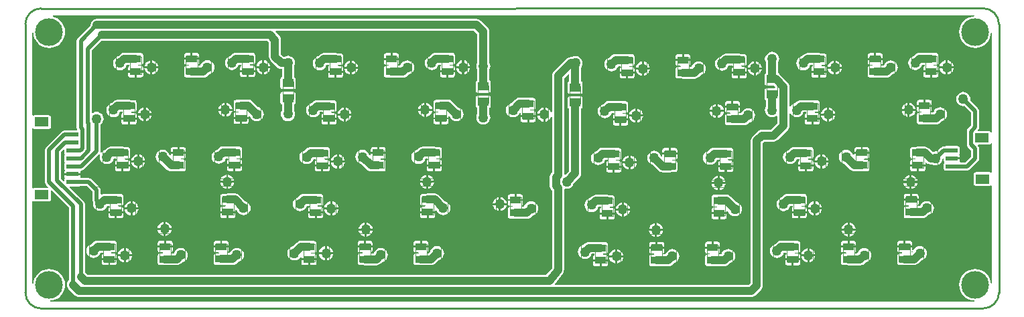
<source format=gbl>
G04 Layer_Physical_Order=2*
G04 Layer_Color=16711680*
%FSLAX42Y42*%
%MOMM*%
G71*
G01*
G75*
%ADD11C,1.00*%
%ADD12C,0.25*%
%ADD13C,0.10*%
%ADD14C,3.50*%
%ADD15C,1.27*%
%ADD16R,1.35X0.95*%
%ADD17R,1.40X1.05*%
%ADD18R,1.80X1.20*%
%ADD19R,1.50X0.60*%
%ADD20C,0.50*%
G36*
X11986Y3700D02*
X11961Y3697D01*
X11923Y3686D01*
X11888Y3667D01*
X11858Y3642D01*
X11833Y3612D01*
X11814Y3577D01*
X11802Y3539D01*
X11799Y3500D01*
X11802Y3461D01*
X11814Y3423D01*
X11833Y3388D01*
X11858Y3358D01*
X11888Y3333D01*
X11923Y3314D01*
X11961Y3302D01*
X12000Y3299D01*
X12039Y3302D01*
X12077Y3314D01*
X12112Y3333D01*
X12142Y3358D01*
X12167Y3388D01*
X12186Y3423D01*
X12197Y3461D01*
X12200Y3486D01*
X12213Y3486D01*
Y2226D01*
X12200Y2225D01*
X12199Y2230D01*
X12193Y2238D01*
X12185Y2244D01*
X12175Y2246D01*
X12039D01*
X12034Y2258D01*
X12036Y2260D01*
X12047Y2277D01*
X12051Y2296D01*
Y2500D01*
X12047Y2520D01*
X12036Y2536D01*
X11936Y2636D01*
X11938Y2651D01*
X11935Y2675D01*
X11926Y2696D01*
X11912Y2715D01*
X11893Y2729D01*
X11872Y2738D01*
X11849Y2741D01*
X11825Y2738D01*
X11804Y2729D01*
X11785Y2715D01*
X11771Y2696D01*
X11762Y2675D01*
X11759Y2651D01*
X11762Y2628D01*
X11771Y2607D01*
X11785Y2588D01*
X11804Y2574D01*
X11825Y2565D01*
X11849Y2562D01*
X11864Y2564D01*
X11949Y2479D01*
Y2317D01*
X11908Y2277D01*
X11897Y2261D01*
X11893Y2241D01*
Y2079D01*
X11897Y2059D01*
X11908Y2043D01*
X11949Y2003D01*
Y1921D01*
X11879Y1851D01*
X11813D01*
X11811Y1854D01*
X11805Y1864D01*
X11806Y1870D01*
Y1887D01*
X11705D01*
Y1913D01*
X11806D01*
Y1930D01*
X11804Y1940D01*
X11798Y1948D01*
Y1952D01*
X11804Y1960D01*
X11806Y1970D01*
Y2030D01*
X11804Y2040D01*
X11798Y2048D01*
X11790Y2054D01*
X11780Y2056D01*
X11630D01*
X11620Y2054D01*
X11616Y2051D01*
X11600D01*
X11580Y2047D01*
X11564Y2036D01*
X11515Y1988D01*
X11500Y1990D01*
X11477Y1987D01*
X11463Y1981D01*
X11418Y2026D01*
X11403Y2038D01*
X11384Y2046D01*
X11365Y2048D01*
X11274D01*
X11255Y2046D01*
X11255Y2046D01*
X11207D01*
X11197Y2044D01*
X11189Y2038D01*
X11183Y2030D01*
X11181Y2020D01*
Y1925D01*
X11183Y1915D01*
X11189Y1906D01*
X11197Y1901D01*
X11207Y1899D01*
X11245D01*
X11246Y1898D01*
X11241Y1886D01*
X11207D01*
X11197Y1884D01*
X11189Y1878D01*
X11183Y1870D01*
X11181Y1860D01*
Y1825D01*
X11368D01*
Y1844D01*
X11380Y1849D01*
X11383Y1846D01*
X11399Y1834D01*
X11417Y1827D01*
X11437Y1824D01*
X11453D01*
X11455Y1822D01*
X11477Y1813D01*
X11500Y1810D01*
X11523Y1813D01*
X11545Y1822D01*
X11563Y1837D01*
X11578Y1855D01*
X11587Y1877D01*
X11590Y1900D01*
X11589Y1906D01*
X11591Y1908D01*
X11604Y1902D01*
Y1870D01*
X11606Y1860D01*
X11612Y1852D01*
Y1848D01*
X11606Y1840D01*
X11604Y1830D01*
Y1770D01*
X11606Y1760D01*
X11612Y1752D01*
X11620Y1746D01*
X11630Y1744D01*
X11780D01*
X11790Y1746D01*
X11794Y1749D01*
X11900D01*
X11920Y1753D01*
X11936Y1764D01*
X12036Y1864D01*
X12047Y1880D01*
X12051Y1900D01*
Y2024D01*
X12047Y2043D01*
X12036Y2060D01*
X12034Y2062D01*
X12039Y2074D01*
X12175D01*
X12185Y2076D01*
X12193Y2082D01*
X12199Y2090D01*
X12200Y2095D01*
X12213Y2094D01*
X12213Y1726D01*
X12211Y1725D01*
X12200Y1720D01*
X12195Y1724D01*
X12185Y1726D01*
X12005D01*
X11995Y1724D01*
X11987Y1718D01*
X11981Y1710D01*
X11979Y1700D01*
Y1580D01*
X11981Y1570D01*
X11987Y1562D01*
X11995Y1556D01*
X12005Y1554D01*
X12185D01*
X12195Y1556D01*
X12200Y1560D01*
X12211Y1555D01*
X12213Y1554D01*
Y314D01*
X12200Y314D01*
X12197Y339D01*
X12186Y377D01*
X12167Y412D01*
X12142Y442D01*
X12112Y467D01*
X12077Y486D01*
X12039Y497D01*
X12000Y501D01*
X11961Y497D01*
X11923Y486D01*
X11888Y467D01*
X11858Y442D01*
X11833Y412D01*
X11814Y377D01*
X11802Y339D01*
X11799Y300D01*
X11802Y261D01*
X11814Y223D01*
X11833Y188D01*
X11858Y158D01*
X11888Y133D01*
X11923Y114D01*
X11961Y102D01*
X11986Y100D01*
X11986Y87D01*
X314D01*
X314Y100D01*
X339Y102D01*
X377Y114D01*
X412Y133D01*
X442Y158D01*
X467Y188D01*
X486Y223D01*
X497Y261D01*
X501Y300D01*
X497Y339D01*
X486Y377D01*
X467Y412D01*
X442Y442D01*
X412Y467D01*
X377Y486D01*
X339Y497D01*
X300Y501D01*
X261Y497D01*
X223Y486D01*
X188Y467D01*
X158Y442D01*
X133Y412D01*
X114Y377D01*
X102Y339D01*
X100Y314D01*
X87Y314D01*
Y1354D01*
X89Y1355D01*
X100Y1359D01*
X105Y1356D01*
X115Y1354D01*
X295D01*
X305Y1356D01*
X313Y1362D01*
X319Y1370D01*
X321Y1380D01*
Y1488D01*
X334Y1493D01*
X548Y1278D01*
Y355D01*
X546Y354D01*
X534Y338D01*
X527Y320D01*
X524Y300D01*
X527Y280D01*
X534Y262D01*
X546Y246D01*
X626Y166D01*
X642Y154D01*
X660Y147D01*
X680Y144D01*
X690Y145D01*
X700Y144D01*
X9170D01*
X9189Y147D01*
X9208Y154D01*
X9223Y166D01*
X9295Y238D01*
X9307Y254D01*
X9310Y261D01*
X9315Y272D01*
X9317Y292D01*
Y2092D01*
X9339Y2114D01*
X9454D01*
X9474Y2117D01*
X9492Y2125D01*
X9508Y2137D01*
X9633Y2261D01*
X9645Y2277D01*
X9653Y2295D01*
X9655Y2315D01*
Y2464D01*
X9668Y2466D01*
X9682Y2448D01*
X9701Y2433D01*
X9722Y2424D01*
X9746Y2421D01*
X9769Y2424D01*
X9790Y2433D01*
X9809Y2448D01*
X9823Y2466D01*
X9832Y2487D01*
X9864D01*
X9866Y2475D01*
X9858Y2469D01*
X9852Y2461D01*
X9850Y2451D01*
Y2416D01*
X10037D01*
Y2451D01*
X10035Y2461D01*
X10029Y2469D01*
X10021Y2475D01*
X10011Y2477D01*
X9977D01*
X9972Y2489D01*
X9973Y2490D01*
X10011D01*
X10021Y2492D01*
X10029Y2497D01*
X10035Y2506D01*
X10037Y2516D01*
Y2611D01*
X10035Y2621D01*
X10029Y2629D01*
X10021Y2635D01*
X10011Y2637D01*
X9963D01*
X9963Y2637D01*
X9944Y2639D01*
X9798D01*
X9778Y2637D01*
X9760Y2629D01*
X9744Y2617D01*
X9725Y2598D01*
X9722Y2598D01*
X9701Y2589D01*
X9682Y2574D01*
X9668Y2556D01*
X9655Y2558D01*
Y2803D01*
X9653Y2823D01*
X9645Y2841D01*
X9633Y2857D01*
X9534Y2956D01*
X9529Y2960D01*
X9528Y2965D01*
X9522Y2973D01*
X9514Y2979D01*
X9510Y2979D01*
Y3113D01*
X9511Y3115D01*
X9520Y3137D01*
X9523Y3160D01*
X9520Y3183D01*
X9511Y3205D01*
X9497Y3223D01*
X9479Y3238D01*
X9457Y3247D01*
X9434Y3250D01*
X9411Y3247D01*
X9389Y3238D01*
X9370Y3223D01*
X9356Y3205D01*
X9347Y3183D01*
X9344Y3160D01*
X9347Y3137D01*
X9356Y3115D01*
X9358Y3113D01*
Y2979D01*
X9354Y2979D01*
X9345Y2973D01*
X9340Y2965D01*
X9338Y2955D01*
Y2850D01*
X9340Y2840D01*
X9345Y2831D01*
X9354Y2826D01*
X9364Y2824D01*
X9451D01*
X9473Y2802D01*
X9468Y2791D01*
X9364D01*
X9354Y2789D01*
X9345Y2783D01*
X9340Y2775D01*
X9338Y2765D01*
Y2660D01*
X9340Y2650D01*
X9345Y2641D01*
X9354Y2636D01*
X9358Y2635D01*
Y2558D01*
X9356Y2556D01*
X9347Y2534D01*
X9344Y2511D01*
X9347Y2488D01*
X9356Y2466D01*
X9370Y2448D01*
X9389Y2433D01*
X9411Y2424D01*
X9434Y2421D01*
X9457Y2424D01*
X9479Y2433D01*
X9490Y2442D01*
X9503Y2436D01*
Y2347D01*
X9423Y2266D01*
X9308D01*
X9288Y2264D01*
X9277Y2259D01*
X9270Y2256D01*
X9254Y2244D01*
X9188Y2178D01*
X9175Y2162D01*
X9168Y2144D01*
X9165Y2124D01*
Y323D01*
X9138Y296D01*
X6692D01*
X6686Y309D01*
X6789Y442D01*
X6792Y446D01*
X6795Y450D01*
X6797Y455D01*
X6799Y459D01*
X6800Y464D01*
X6802Y469D01*
X6803Y473D01*
X6804Y478D01*
X6804Y483D01*
X6805Y488D01*
Y1511D01*
X6818Y1520D01*
X6818Y1520D01*
X6841Y1517D01*
X6865Y1520D01*
X6886Y1529D01*
X6905Y1543D01*
X6919Y1562D01*
X6928Y1583D01*
X6928Y1586D01*
X6999Y1656D01*
X7011Y1672D01*
X7014Y1680D01*
X7018Y1690D01*
X7021Y1710D01*
Y2530D01*
X7025Y2531D01*
X7033Y2537D01*
X7039Y2545D01*
X7041Y2555D01*
Y2660D01*
X7039Y2670D01*
X7033Y2678D01*
X7025Y2684D01*
X7015Y2686D01*
X6875D01*
X6865Y2684D01*
X6857Y2678D01*
X6851Y2670D01*
X6849Y2660D01*
Y2555D01*
X6851Y2545D01*
X6857Y2537D01*
X6865Y2531D01*
X6869Y2530D01*
Y1741D01*
X6821Y1693D01*
X6818Y1693D01*
X6818Y1693D01*
X6805Y1701D01*
Y2914D01*
X6857Y2966D01*
X6869Y2961D01*
Y2875D01*
X6865Y2874D01*
X6857Y2868D01*
X6851Y2860D01*
X6849Y2850D01*
Y2745D01*
X6851Y2735D01*
X6857Y2727D01*
X6865Y2721D01*
X6875Y2719D01*
X7015D01*
X7025Y2721D01*
X7033Y2727D01*
X7039Y2735D01*
X7041Y2745D01*
Y2850D01*
X7039Y2860D01*
X7033Y2868D01*
X7025Y2874D01*
X7021Y2875D01*
Y3051D01*
X7029Y3061D01*
X7038Y3082D01*
X7041Y3106D01*
X7038Y3129D01*
X7029Y3151D01*
X7015Y3169D01*
X6996Y3183D01*
X6974Y3192D01*
X6951Y3195D01*
X6928Y3192D01*
X6906Y3183D01*
X6904Y3182D01*
X6889D01*
X6869Y3179D01*
X6859Y3175D01*
X6851Y3172D01*
X6835Y3159D01*
X6675Y2999D01*
X6663Y2984D01*
X6656Y2965D01*
X6653Y2946D01*
Y2487D01*
X6640Y2485D01*
X6634Y2499D01*
X6620Y2518D01*
X6601Y2532D01*
X6580Y2541D01*
X6569Y2542D01*
Y2454D01*
Y2366D01*
X6580Y2368D01*
X6601Y2377D01*
X6620Y2391D01*
X6634Y2409D01*
X6640Y2424D01*
X6653Y2421D01*
Y1722D01*
X6649Y1718D01*
X6637Y1702D01*
X6629Y1684D01*
X6626Y1664D01*
Y1549D01*
X6629Y1529D01*
X6637Y1511D01*
X6649Y1495D01*
X6653Y1491D01*
Y514D01*
X6581Y421D01*
X786D01*
X754Y454D01*
X751Y456D01*
Y1319D01*
X747Y1338D01*
X736Y1355D01*
X559Y1532D01*
X564Y1544D01*
X670D01*
X680Y1546D01*
X684Y1548D01*
X779D01*
X848Y1479D01*
Y1369D01*
X852Y1350D01*
X857Y1342D01*
X855Y1324D01*
X858Y1301D01*
X867Y1279D01*
X881Y1261D01*
X900Y1247D01*
X922Y1238D01*
X945Y1235D01*
X968Y1238D01*
X990Y1247D01*
X1008Y1261D01*
X1022Y1279D01*
X1031Y1300D01*
X1063D01*
X1065Y1288D01*
X1057Y1282D01*
X1051Y1274D01*
X1049Y1264D01*
Y1229D01*
X1236D01*
Y1264D01*
X1234Y1274D01*
X1229Y1282D01*
X1220Y1288D01*
X1210Y1290D01*
X1176D01*
X1171Y1303D01*
X1172Y1303D01*
X1210D01*
X1220Y1305D01*
X1229Y1311D01*
X1234Y1319D01*
X1236Y1329D01*
Y1424D01*
X1234Y1434D01*
X1229Y1442D01*
X1220Y1448D01*
X1210Y1450D01*
X1163D01*
X1163Y1450D01*
X1143Y1452D01*
X997D01*
X977Y1450D01*
X964Y1444D01*
X951Y1451D01*
Y1500D01*
X947Y1520D01*
X936Y1536D01*
X836Y1636D01*
X820Y1647D01*
X800Y1651D01*
X703D01*
X701Y1654D01*
X695Y1664D01*
X696Y1670D01*
Y1687D01*
X595D01*
X494D01*
Y1670D01*
X496Y1660D01*
X496Y1660D01*
X501Y1650D01*
X496Y1640D01*
X496Y1640D01*
X494Y1630D01*
Y1614D01*
X482Y1609D01*
X451Y1640D01*
Y1979D01*
X482Y2010D01*
X494Y2005D01*
Y1970D01*
X496Y1960D01*
X502Y1952D01*
X496Y1940D01*
X496Y1940D01*
X494Y1930D01*
Y1870D01*
X496Y1860D01*
X496Y1860D01*
X501Y1850D01*
X496Y1840D01*
X496Y1840D01*
X494Y1830D01*
Y1770D01*
X496Y1760D01*
X496Y1760D01*
X501Y1750D01*
X496Y1740D01*
X496Y1740D01*
X494Y1730D01*
Y1713D01*
X595D01*
X696D01*
Y1730D01*
X695Y1736D01*
X701Y1746D01*
X703Y1748D01*
X706D01*
X726Y1752D01*
X743Y1764D01*
X933Y1954D01*
X944Y1946D01*
X942Y1942D01*
X939Y1918D01*
X942Y1895D01*
X951Y1874D01*
X965Y1855D01*
X983Y1841D01*
X1005Y1832D01*
X1028Y1829D01*
X1051Y1832D01*
X1073Y1841D01*
X1092Y1855D01*
X1106Y1874D01*
X1115Y1895D01*
X1147D01*
X1149Y1882D01*
X1141Y1876D01*
X1135Y1868D01*
X1133Y1858D01*
Y1823D01*
X1320D01*
Y1858D01*
X1318Y1868D01*
X1312Y1876D01*
X1304Y1882D01*
X1294Y1884D01*
X1260D01*
X1255Y1897D01*
X1255Y1897D01*
X1294D01*
X1304Y1899D01*
X1312Y1905D01*
X1318Y1913D01*
X1320Y1923D01*
Y2018D01*
X1318Y2028D01*
X1312Y2036D01*
X1304Y2042D01*
X1294Y2044D01*
X1246D01*
X1246Y2044D01*
X1226Y2047D01*
X1080D01*
X1061Y2044D01*
X1042Y2036D01*
X1027Y2024D01*
X1008Y2005D01*
X1005Y2005D01*
X983Y1996D01*
X965Y1982D01*
X961Y1977D01*
X949Y1982D01*
X951Y1993D01*
Y2327D01*
X963Y2337D01*
X978Y2355D01*
X987Y2377D01*
X990Y2400D01*
X987Y2423D01*
X978Y2445D01*
X963Y2463D01*
X945Y2478D01*
X923Y2487D01*
X900Y2490D01*
X877Y2487D01*
X855Y2478D01*
X849Y2473D01*
X837Y2478D01*
Y3265D01*
X962Y3389D01*
X965Y3389D01*
X3058D01*
X3078Y3369D01*
Y3189D01*
X3081Y3169D01*
X3088Y3151D01*
X3100Y3135D01*
X3179Y3057D01*
X3194Y3045D01*
X3213Y3037D01*
X3232Y3035D01*
X3241D01*
Y2930D01*
X3237Y2929D01*
X3229Y2924D01*
X3223Y2915D01*
X3222Y2906D01*
Y2801D01*
X3223Y2791D01*
X3229Y2782D01*
X3237Y2777D01*
X3247Y2775D01*
X3387D01*
X3397Y2777D01*
X3406Y2782D01*
X3411Y2791D01*
X3413Y2801D01*
Y2906D01*
X3411Y2915D01*
X3406Y2924D01*
X3397Y2929D01*
X3393Y2930D01*
Y3064D01*
X3395Y3066D01*
X3404Y3088D01*
X3407Y3111D01*
X3404Y3134D01*
X3395Y3156D01*
X3381Y3174D01*
X3362Y3188D01*
X3341Y3197D01*
X3317Y3200D01*
X3294Y3197D01*
X3273Y3188D01*
X3270Y3187D01*
X3264D01*
X3230Y3220D01*
Y3400D01*
X3228Y3420D01*
X3223Y3431D01*
X3220Y3438D01*
X3208Y3454D01*
X3160Y3502D01*
X3164Y3514D01*
X5668D01*
X5709Y3472D01*
Y3114D01*
X5708Y3112D01*
X5699Y3090D01*
X5696Y3067D01*
X5699Y3044D01*
X5708Y3022D01*
X5709Y3020D01*
Y2886D01*
X5705Y2886D01*
X5697Y2880D01*
X5691Y2872D01*
X5689Y2862D01*
Y2757D01*
X5691Y2747D01*
X5697Y2738D01*
X5705Y2733D01*
X5715Y2731D01*
X5855D01*
X5865Y2733D01*
X5874Y2738D01*
X5879Y2747D01*
X5881Y2757D01*
Y2862D01*
X5879Y2872D01*
X5874Y2880D01*
X5865Y2886D01*
X5861Y2886D01*
Y3020D01*
X5863Y3022D01*
X5872Y3044D01*
X5875Y3067D01*
X5872Y3090D01*
X5863Y3112D01*
X5861Y3114D01*
Y3504D01*
X5859Y3524D01*
X5851Y3542D01*
X5839Y3558D01*
X5753Y3644D01*
X5737Y3656D01*
X5719Y3663D01*
X5699Y3666D01*
X900D01*
X880Y3663D01*
X862Y3656D01*
X846Y3644D01*
X834Y3628D01*
X827Y3610D01*
X824Y3590D01*
X824Y3587D01*
X663Y3426D01*
X652Y3409D01*
X648Y3390D01*
Y2292D01*
X652Y2273D01*
X656Y2267D01*
X650Y2256D01*
X520D01*
X510Y2254D01*
X506Y2252D01*
X494D01*
X474Y2248D01*
X457Y2236D01*
X264Y2043D01*
X253Y2026D01*
X249Y2007D01*
Y1599D01*
X253Y1580D01*
X264Y1563D01*
X288Y1538D01*
X283Y1526D01*
X115D01*
X105Y1524D01*
X100Y1520D01*
X89Y1524D01*
X87Y1526D01*
Y2274D01*
X89Y2276D01*
X100Y2280D01*
X105Y2276D01*
X115Y2274D01*
X295D01*
X305Y2276D01*
X313Y2282D01*
X319Y2290D01*
X321Y2300D01*
Y2420D01*
X319Y2430D01*
X313Y2438D01*
X305Y2444D01*
X295Y2446D01*
X115D01*
X105Y2444D01*
X100Y2441D01*
X89Y2445D01*
X87Y2446D01*
Y3486D01*
X100Y3486D01*
X102Y3461D01*
X114Y3423D01*
X133Y3388D01*
X158Y3358D01*
X188Y3333D01*
X223Y3314D01*
X261Y3302D01*
X300Y3299D01*
X339Y3302D01*
X377Y3314D01*
X412Y3333D01*
X442Y3358D01*
X467Y3388D01*
X486Y3423D01*
X497Y3461D01*
X501Y3500D01*
X497Y3539D01*
X486Y3577D01*
X467Y3612D01*
X442Y3642D01*
X412Y3667D01*
X377Y3686D01*
X350Y3694D01*
X352Y3707D01*
X11986Y3713D01*
X11986Y3700D01*
D02*
G37*
%LPC*%
G36*
X9987Y1355D02*
Y1280D01*
X10063D01*
X10061Y1290D01*
X10052Y1312D01*
X10038Y1330D01*
X10020Y1345D01*
X9998Y1354D01*
X9987Y1355D01*
D02*
G37*
G36*
X9962D02*
X9951Y1354D01*
X9930Y1345D01*
X9911Y1330D01*
X9897Y1312D01*
X9888Y1290D01*
X9887Y1280D01*
X9962D01*
Y1355D01*
D02*
G37*
G36*
X3878Y1355D02*
Y1280D01*
X3953D01*
X3952Y1290D01*
X3943Y1312D01*
X3929Y1331D01*
X3910Y1345D01*
X3888Y1354D01*
X3878Y1355D01*
D02*
G37*
G36*
X3853D02*
X3842Y1354D01*
X3820Y1345D01*
X3802Y1331D01*
X3788Y1312D01*
X3779Y1290D01*
X3777Y1280D01*
X3853D01*
Y1355D01*
D02*
G37*
G36*
X7562Y1342D02*
Y1267D01*
X7637D01*
X7636Y1278D01*
X7627Y1299D01*
X7613Y1318D01*
X7594Y1332D01*
X7573Y1341D01*
X7562Y1342D01*
D02*
G37*
G36*
X5981Y1309D02*
X5906D01*
X5907Y1298D01*
X5916Y1277D01*
X5930Y1258D01*
X5949Y1244D01*
X5970Y1235D01*
X5981Y1234D01*
Y1309D01*
D02*
G37*
G36*
X3667Y1451D02*
X3521D01*
X3502Y1449D01*
X3483Y1441D01*
X3468Y1429D01*
X3449Y1410D01*
X3446Y1410D01*
X3424Y1401D01*
X3406Y1386D01*
X3391Y1368D01*
X3383Y1346D01*
X3379Y1323D01*
X3383Y1300D01*
X3391Y1278D01*
X3406Y1260D01*
X3424Y1245D01*
X3446Y1236D01*
X3469Y1233D01*
X3492Y1236D01*
X3514Y1245D01*
X3533Y1260D01*
X3547Y1278D01*
X3555Y1299D01*
X3588D01*
X3590Y1287D01*
X3581Y1281D01*
X3576Y1273D01*
X3574Y1263D01*
Y1228D01*
X3761D01*
Y1263D01*
X3759Y1273D01*
X3753Y1281D01*
X3745Y1287D01*
X3735Y1289D01*
X3701D01*
X3696Y1301D01*
X3696Y1302D01*
X3735D01*
X3745Y1304D01*
X3753Y1309D01*
X3759Y1318D01*
X3761Y1328D01*
Y1423D01*
X3759Y1433D01*
X3753Y1441D01*
X3745Y1447D01*
X3735Y1449D01*
X3687D01*
X3687Y1449D01*
X3667Y1451D01*
D02*
G37*
G36*
X7537Y1342D02*
X7526Y1341D01*
X7504Y1332D01*
X7486Y1318D01*
X7472Y1299D01*
X7463Y1278D01*
X7461Y1267D01*
X7537D01*
Y1342D01*
D02*
G37*
G36*
X6082Y1309D02*
X6006D01*
Y1234D01*
X6017Y1235D01*
X6038Y1244D01*
X6057Y1258D01*
X6071Y1277D01*
X6080Y1298D01*
X6082Y1309D01*
D02*
G37*
G36*
X1328Y1357D02*
X1318Y1355D01*
X1296Y1346D01*
X1277Y1332D01*
X1263Y1313D01*
X1254Y1292D01*
X1253Y1281D01*
X1328D01*
Y1357D01*
D02*
G37*
G36*
X11178Y1451D02*
X11123D01*
X11113Y1449D01*
X11105Y1444D01*
X11099Y1435D01*
X11097Y1426D01*
Y1391D01*
X11178D01*
Y1451D01*
D02*
G37*
G36*
X6259Y1447D02*
X6204D01*
Y1386D01*
X6285D01*
Y1421D01*
X6283Y1431D01*
X6277Y1440D01*
X6269Y1445D01*
X6259Y1447D01*
D02*
G37*
G36*
X8745Y1577D02*
X8670D01*
X8671Y1566D01*
X8680Y1545D01*
X8694Y1526D01*
X8713Y1512D01*
X8735Y1503D01*
X8745Y1502D01*
Y1577D01*
D02*
G37*
G36*
X11258Y1451D02*
X11204D01*
Y1391D01*
X11284D01*
Y1426D01*
X11282Y1435D01*
X11277Y1444D01*
X11268Y1449D01*
X11258Y1451D01*
D02*
G37*
G36*
X6179Y1447D02*
X6124D01*
X6114Y1445D01*
X6106Y1440D01*
X6100Y1431D01*
X6098Y1421D01*
Y1386D01*
X6179D01*
Y1447D01*
D02*
G37*
G36*
X1354Y1357D02*
Y1281D01*
X1429D01*
X1427Y1292D01*
X1419Y1313D01*
X1404Y1332D01*
X1386Y1346D01*
X1364Y1355D01*
X1354Y1357D01*
D02*
G37*
G36*
X8846Y1577D02*
X8770D01*
Y1502D01*
X8781Y1503D01*
X8803Y1512D01*
X8821Y1526D01*
X8835Y1545D01*
X8844Y1566D01*
X8846Y1577D01*
D02*
G37*
G36*
X6006Y1410D02*
Y1334D01*
X6082D01*
X6080Y1345D01*
X6071Y1366D01*
X6057Y1385D01*
X6038Y1399D01*
X6017Y1408D01*
X6006Y1410D01*
D02*
G37*
G36*
X5981D02*
X5970Y1408D01*
X5949Y1399D01*
X5930Y1385D01*
X5916Y1366D01*
X5907Y1345D01*
X5906Y1334D01*
X5981D01*
Y1410D01*
D02*
G37*
G36*
X7537Y1242D02*
X7461D01*
X7463Y1231D01*
X7472Y1210D01*
X7486Y1191D01*
X7504Y1177D01*
X7526Y1168D01*
X7537Y1166D01*
Y1242D01*
D02*
G37*
G36*
X2650Y1207D02*
X2570D01*
Y1146D01*
X2625D01*
X2634Y1148D01*
X2643Y1154D01*
X2648Y1162D01*
X2650Y1172D01*
Y1207D01*
D02*
G37*
G36*
X8856Y1442D02*
X8765D01*
X8746Y1439D01*
X8746Y1439D01*
X8698D01*
X8688Y1437D01*
X8680Y1431D01*
X8674Y1423D01*
X8672Y1413D01*
Y1318D01*
X8674Y1308D01*
X8680Y1300D01*
X8688Y1294D01*
X8698Y1292D01*
X8736D01*
X8737Y1292D01*
X8732Y1279D01*
X8698D01*
X8688Y1277D01*
X8680Y1271D01*
X8674Y1263D01*
X8672Y1253D01*
Y1218D01*
X8859D01*
Y1229D01*
X8872Y1237D01*
X8877Y1234D01*
X8886Y1213D01*
X8900Y1194D01*
X8919Y1180D01*
X8940Y1171D01*
X8964Y1168D01*
X8987Y1171D01*
X9008Y1180D01*
X9027Y1194D01*
X9041Y1213D01*
X9050Y1234D01*
X9053Y1258D01*
X9050Y1281D01*
X9041Y1302D01*
X9027Y1321D01*
X9008Y1335D01*
X8987Y1344D01*
X8984Y1345D01*
X8909Y1419D01*
X8894Y1431D01*
X8875Y1439D01*
X8856Y1442D01*
D02*
G37*
G36*
X7637Y1242D02*
X7562D01*
Y1166D01*
X7573Y1168D01*
X7594Y1177D01*
X7613Y1191D01*
X7627Y1210D01*
X7636Y1231D01*
X7637Y1242D01*
D02*
G37*
G36*
X2544Y1207D02*
X2464D01*
Y1172D01*
X2466Y1162D01*
X2471Y1154D01*
X2480Y1148D01*
X2490Y1146D01*
X2544D01*
Y1207D01*
D02*
G37*
G36*
X1236Y1204D02*
X1156D01*
Y1143D01*
X1210D01*
X1220Y1145D01*
X1229Y1151D01*
X1234Y1159D01*
X1236Y1169D01*
Y1204D01*
D02*
G37*
G36*
X1130D02*
X1049D01*
Y1169D01*
X1051Y1159D01*
X1057Y1151D01*
X1065Y1145D01*
X1075Y1143D01*
X1130D01*
Y1204D01*
D02*
G37*
G36*
X5175Y1206D02*
X5094D01*
Y1145D01*
X5149D01*
X5159Y1147D01*
X5167Y1153D01*
X5173Y1161D01*
X5175Y1171D01*
Y1206D01*
D02*
G37*
G36*
X5069D02*
X4988D01*
Y1171D01*
X4990Y1161D01*
X4996Y1153D01*
X5004Y1147D01*
X5014Y1145D01*
X5069D01*
Y1206D01*
D02*
G37*
G36*
X9962Y1254D02*
X9887D01*
X9888Y1244D01*
X9897Y1222D01*
X9911Y1204D01*
X9930Y1189D01*
X9951Y1180D01*
X9962Y1179D01*
Y1254D01*
D02*
G37*
G36*
X2647Y1456D02*
X2557D01*
X2537Y1453D01*
X2537Y1453D01*
X2490D01*
X2480Y1451D01*
X2471Y1445D01*
X2466Y1437D01*
X2464Y1427D01*
Y1332D01*
X2466Y1322D01*
X2471Y1314D01*
X2480Y1308D01*
X2490Y1306D01*
X2528D01*
X2529Y1306D01*
X2523Y1293D01*
X2490D01*
X2480Y1291D01*
X2471Y1285D01*
X2466Y1277D01*
X2464Y1267D01*
Y1232D01*
X2650D01*
Y1243D01*
X2663Y1251D01*
X2668Y1249D01*
X2677Y1227D01*
X2692Y1208D01*
X2710Y1194D01*
X2732Y1185D01*
X2755Y1182D01*
X2778Y1185D01*
X2800Y1194D01*
X2818Y1208D01*
X2833Y1227D01*
X2842Y1249D01*
X2845Y1272D01*
X2842Y1295D01*
X2833Y1317D01*
X2818Y1335D01*
X2800Y1349D01*
X2778Y1358D01*
X2776Y1359D01*
X2701Y1433D01*
X2685Y1446D01*
X2667Y1453D01*
X2647Y1456D01*
D02*
G37*
G36*
X5172Y1454D02*
X5081D01*
X5062Y1452D01*
X5062Y1452D01*
X5014D01*
X5004Y1450D01*
X4996Y1444D01*
X4990Y1436D01*
X4988Y1426D01*
Y1331D01*
X4990Y1321D01*
X4996Y1313D01*
X5004Y1307D01*
X5014Y1305D01*
X5052D01*
X5053Y1304D01*
X5048Y1292D01*
X5014D01*
X5004Y1290D01*
X4996Y1284D01*
X4990Y1276D01*
X4988Y1266D01*
Y1231D01*
X5175D01*
Y1242D01*
X5188Y1249D01*
X5193Y1247D01*
X5202Y1226D01*
X5216Y1207D01*
X5235Y1193D01*
X5256Y1184D01*
X5279Y1181D01*
X5303Y1184D01*
X5324Y1193D01*
X5343Y1207D01*
X5357Y1226D01*
X5366Y1247D01*
X5369Y1270D01*
X5366Y1294D01*
X5357Y1315D01*
X5343Y1334D01*
X5324Y1348D01*
X5303Y1357D01*
X5300Y1357D01*
X5225Y1432D01*
X5210Y1444D01*
X5191Y1452D01*
X5172Y1454D01*
D02*
G37*
G36*
X9777Y1451D02*
X9631D01*
X9611Y1448D01*
X9593Y1441D01*
X9577Y1429D01*
X9558Y1410D01*
X9555Y1409D01*
X9534Y1400D01*
X9515Y1386D01*
X9501Y1368D01*
X9492Y1346D01*
X9489Y1323D01*
X9492Y1299D01*
X9501Y1278D01*
X9515Y1259D01*
X9534Y1245D01*
X9555Y1236D01*
X9579Y1233D01*
X9602Y1236D01*
X9623Y1245D01*
X9642Y1259D01*
X9656Y1278D01*
X9665Y1299D01*
X9697D01*
X9699Y1286D01*
X9691Y1281D01*
X9685Y1272D01*
X9683Y1262D01*
Y1228D01*
X9870D01*
Y1262D01*
X9868Y1272D01*
X9862Y1281D01*
X9854Y1286D01*
X9844Y1288D01*
X9810D01*
X9805Y1301D01*
X9806Y1301D01*
X9844D01*
X9854Y1303D01*
X9862Y1309D01*
X9868Y1317D01*
X9870Y1327D01*
Y1422D01*
X9868Y1432D01*
X9862Y1441D01*
X9854Y1446D01*
X9844Y1448D01*
X9796D01*
X9796Y1448D01*
X9777Y1451D01*
D02*
G37*
G36*
X7351Y1438D02*
X7205D01*
X7186Y1436D01*
X7167Y1428D01*
X7152Y1416D01*
X7133Y1397D01*
X7130Y1397D01*
X7108Y1388D01*
X7090Y1373D01*
X7076Y1355D01*
X7067Y1333D01*
X7064Y1310D01*
X7067Y1287D01*
X7076Y1265D01*
X7090Y1247D01*
X7108Y1232D01*
X7130Y1223D01*
X7153Y1220D01*
X7176Y1223D01*
X7198Y1232D01*
X7217Y1247D01*
X7231Y1265D01*
X7240Y1286D01*
X7272D01*
X7274Y1274D01*
X7265Y1268D01*
X7260Y1260D01*
X7258Y1250D01*
Y1215D01*
X7445D01*
Y1250D01*
X7443Y1260D01*
X7437Y1268D01*
X7429Y1274D01*
X7419Y1276D01*
X7385D01*
X7380Y1288D01*
X7380Y1289D01*
X7419D01*
X7429Y1291D01*
X7437Y1296D01*
X7443Y1305D01*
X7445Y1315D01*
Y1410D01*
X7443Y1420D01*
X7437Y1428D01*
X7429Y1434D01*
X7419Y1436D01*
X7371D01*
X7371Y1436D01*
X7351Y1438D01*
D02*
G37*
G36*
X1429Y1256D02*
X1354D01*
Y1181D01*
X1364Y1182D01*
X1386Y1191D01*
X1404Y1205D01*
X1419Y1224D01*
X1427Y1245D01*
X1429Y1256D01*
D02*
G37*
G36*
X3853Y1255D02*
X3777D01*
X3779Y1244D01*
X3788Y1222D01*
X3802Y1204D01*
X3820Y1190D01*
X3842Y1181D01*
X3853Y1179D01*
Y1255D01*
D02*
G37*
G36*
X10063Y1254D02*
X9987D01*
Y1179D01*
X9998Y1180D01*
X10020Y1189D01*
X10038Y1204D01*
X10052Y1222D01*
X10061Y1244D01*
X10063Y1254D01*
D02*
G37*
G36*
X1328Y1256D02*
X1253D01*
X1254Y1245D01*
X1263Y1224D01*
X1277Y1205D01*
X1296Y1191D01*
X1318Y1182D01*
X1328Y1181D01*
Y1256D01*
D02*
G37*
G36*
X3953Y1255D02*
X3878D01*
Y1179D01*
X3888Y1181D01*
X3910Y1190D01*
X3929Y1204D01*
X3943Y1222D01*
X3952Y1244D01*
X3953Y1255D01*
D02*
G37*
G36*
X1214Y1798D02*
X1133D01*
Y1763D01*
X1135Y1753D01*
X1141Y1745D01*
X1149Y1739D01*
X1159Y1737D01*
X1214D01*
Y1798D01*
D02*
G37*
G36*
X1735Y2010D02*
X1712Y2007D01*
X1691Y1998D01*
X1672Y1983D01*
X1658Y1965D01*
X1649Y1943D01*
X1646Y1920D01*
X1649Y1897D01*
X1658Y1875D01*
X1672Y1857D01*
X1691Y1842D01*
X1712Y1833D01*
X1715Y1833D01*
X1789Y1758D01*
X1805Y1746D01*
X1824Y1739D01*
X1843Y1736D01*
X1933D01*
X1953Y1739D01*
X1953Y1739D01*
X2001D01*
X2011Y1741D01*
X2019Y1746D01*
X2025Y1755D01*
X2027Y1765D01*
Y1860D01*
X2025Y1870D01*
X2019Y1878D01*
X2011Y1884D01*
X2001Y1886D01*
X1962D01*
X1962Y1886D01*
X1967Y1899D01*
X2001D01*
X2011Y1901D01*
X2019Y1906D01*
X2025Y1915D01*
X2027Y1925D01*
Y1960D01*
X1933D01*
X1840D01*
Y1949D01*
X1827Y1941D01*
X1822Y1943D01*
X1813Y1965D01*
X1799Y1983D01*
X1780Y1998D01*
X1759Y2007D01*
X1735Y2010D01*
D02*
G37*
G36*
X11262Y1800D02*
X11181D01*
Y1765D01*
X11183Y1755D01*
X11189Y1746D01*
X11197Y1741D01*
X11207Y1739D01*
X11262D01*
Y1800D01*
D02*
G37*
G36*
X1320Y1798D02*
X1239D01*
Y1737D01*
X1294D01*
X1304Y1739D01*
X1312Y1745D01*
X1318Y1753D01*
X1320Y1763D01*
Y1798D01*
D02*
G37*
G36*
X3844Y1797D02*
X3763D01*
Y1736D01*
X3818D01*
X3828Y1738D01*
X3837Y1743D01*
X3842Y1752D01*
X3844Y1762D01*
Y1797D01*
D02*
G37*
G36*
X9847Y1796D02*
X9767D01*
Y1761D01*
X9769Y1752D01*
X9774Y1743D01*
X9783Y1738D01*
X9793Y1736D01*
X9847D01*
Y1796D01*
D02*
G37*
G36*
X4260Y2008D02*
X4237Y2005D01*
X4215Y1996D01*
X4196Y1982D01*
X4182Y1964D01*
X4173Y1942D01*
X4170Y1919D01*
X4173Y1896D01*
X4182Y1874D01*
X4196Y1855D01*
X4215Y1841D01*
X4237Y1832D01*
X4239Y1832D01*
X4314Y1757D01*
X4330Y1745D01*
X4348Y1737D01*
X4368Y1735D01*
X4458D01*
X4477Y1737D01*
X4478Y1737D01*
X4525D01*
X4535Y1739D01*
X4544Y1745D01*
X4549Y1753D01*
X4551Y1763D01*
Y1858D01*
X4549Y1868D01*
X4544Y1877D01*
X4535Y1882D01*
X4525Y1884D01*
X4487D01*
X4486Y1885D01*
X4491Y1897D01*
X4525D01*
X4535Y1899D01*
X4544Y1905D01*
X4549Y1913D01*
X4551Y1923D01*
Y1958D01*
X4458D01*
X4364D01*
Y1947D01*
X4352Y1940D01*
X4346Y1942D01*
X4337Y1964D01*
X4323Y1982D01*
X4305Y1996D01*
X4283Y2005D01*
X4260Y2008D01*
D02*
G37*
G36*
X3738Y1797D02*
X3657D01*
Y1762D01*
X3659Y1752D01*
X3665Y1743D01*
X3673Y1738D01*
X3683Y1736D01*
X3738D01*
Y1797D01*
D02*
G37*
G36*
X9954Y1796D02*
X9873D01*
Y1736D01*
X9928D01*
X9938Y1738D01*
X9946Y1743D01*
X9952Y1752D01*
X9954Y1761D01*
Y1796D01*
D02*
G37*
G36*
X11368Y1800D02*
X11287D01*
Y1739D01*
X11342D01*
X11352Y1741D01*
X11360Y1746D01*
X11366Y1755D01*
X11368Y1765D01*
Y1800D01*
D02*
G37*
G36*
X10045Y1848D02*
X9970D01*
X9972Y1838D01*
X9981Y1816D01*
X9995Y1798D01*
X10013Y1784D01*
X10035Y1775D01*
X10045Y1773D01*
Y1848D01*
D02*
G37*
G36*
X7721Y1836D02*
X7646D01*
Y1761D01*
X7656Y1762D01*
X7678Y1771D01*
X7696Y1785D01*
X7710Y1804D01*
X7719Y1825D01*
X7721Y1836D01*
D02*
G37*
G36*
X3936Y1849D02*
X3861D01*
X3862Y1838D01*
X3871Y1817D01*
X3885Y1798D01*
X3904Y1784D01*
X3926Y1775D01*
X3936Y1773D01*
Y1849D01*
D02*
G37*
G36*
X10146Y1848D02*
X10071D01*
Y1773D01*
X10081Y1775D01*
X10103Y1784D01*
X10122Y1798D01*
X10136Y1816D01*
X10145Y1838D01*
X10146Y1848D01*
D02*
G37*
G36*
X7620Y1836D02*
X7545D01*
X7546Y1825D01*
X7555Y1804D01*
X7569Y1785D01*
X7588Y1771D01*
X7610Y1762D01*
X7620Y1761D01*
Y1836D01*
D02*
G37*
G36*
X5258Y1800D02*
X5178D01*
Y1739D01*
X5232D01*
X5242Y1741D01*
X5251Y1747D01*
X5256Y1755D01*
X5258Y1765D01*
Y1800D01*
D02*
G37*
G36*
X5152D02*
X5072D01*
Y1765D01*
X5073Y1755D01*
X5079Y1747D01*
X5088Y1741D01*
X5097Y1739D01*
X5152D01*
Y1800D01*
D02*
G37*
G36*
X2734Y1801D02*
X2653D01*
Y1740D01*
X2708D01*
X2718Y1742D01*
X2726Y1748D01*
X2732Y1756D01*
X2734Y1766D01*
Y1801D01*
D02*
G37*
G36*
X2628D02*
X2547D01*
Y1766D01*
X2549Y1756D01*
X2555Y1748D01*
X2563Y1742D01*
X2573Y1740D01*
X2628D01*
Y1801D01*
D02*
G37*
G36*
X10369Y2008D02*
X10346Y2005D01*
X10324Y1996D01*
X10306Y1982D01*
X10292Y1963D01*
X10283Y1942D01*
X10280Y1918D01*
X10283Y1895D01*
X10292Y1874D01*
X10306Y1855D01*
X10324Y1841D01*
X10346Y1832D01*
X10349Y1831D01*
X10423Y1757D01*
X10439Y1745D01*
X10457Y1737D01*
X10477Y1735D01*
X10567D01*
X10587Y1737D01*
X10587Y1737D01*
X10635D01*
X10645Y1739D01*
X10653Y1745D01*
X10659Y1753D01*
X10661Y1763D01*
Y1858D01*
X10659Y1868D01*
X10653Y1876D01*
X10645Y1882D01*
X10635Y1884D01*
X10596D01*
X10596Y1885D01*
X10601Y1897D01*
X10635D01*
X10645Y1899D01*
X10653Y1905D01*
X10659Y1913D01*
X10661Y1923D01*
Y1958D01*
X10567D01*
X10474D01*
Y1947D01*
X10461Y1939D01*
X10456Y1942D01*
X10447Y1963D01*
X10433Y1982D01*
X10414Y1996D01*
X10392Y2005D01*
X10369Y2008D01*
D02*
G37*
G36*
X8745Y1678D02*
X8735Y1676D01*
X8713Y1667D01*
X8694Y1653D01*
X8680Y1634D01*
X8671Y1613D01*
X8670Y1602D01*
X8745D01*
Y1678D01*
D02*
G37*
G36*
X2637Y1591D02*
X2562D01*
Y1516D01*
X2572Y1517D01*
X2594Y1526D01*
X2613Y1540D01*
X2627Y1559D01*
X2636Y1580D01*
X2637Y1591D01*
D02*
G37*
G36*
X11170Y1690D02*
X11160Y1689D01*
X11138Y1680D01*
X11120Y1665D01*
X11105Y1647D01*
X11096Y1625D01*
X11095Y1615D01*
X11170D01*
Y1690D01*
D02*
G37*
G36*
X8770Y1678D02*
Y1602D01*
X8846D01*
X8844Y1613D01*
X8835Y1634D01*
X8821Y1653D01*
X8803Y1667D01*
X8781Y1676D01*
X8770Y1678D01*
D02*
G37*
G36*
X2537Y1591D02*
X2461D01*
X2463Y1580D01*
X2472Y1559D01*
X2486Y1540D01*
X2504Y1526D01*
X2526Y1517D01*
X2537Y1516D01*
Y1591D01*
D02*
G37*
G36*
X11271Y1589D02*
X11196D01*
Y1514D01*
X11206Y1515D01*
X11228Y1524D01*
X11246Y1539D01*
X11261Y1557D01*
X11270Y1579D01*
X11271Y1589D01*
D02*
G37*
G36*
X11170D02*
X11095D01*
X11096Y1579D01*
X11105Y1557D01*
X11120Y1539D01*
X11138Y1524D01*
X11160Y1515D01*
X11170Y1514D01*
Y1589D01*
D02*
G37*
G36*
X5162Y1590D02*
X5086D01*
Y1514D01*
X5097Y1516D01*
X5118Y1525D01*
X5137Y1539D01*
X5151Y1558D01*
X5160Y1579D01*
X5162Y1590D01*
D02*
G37*
G36*
X5061D02*
X4986D01*
X4987Y1579D01*
X4996Y1558D01*
X5010Y1539D01*
X5029Y1525D01*
X5050Y1516D01*
X5061Y1514D01*
Y1590D01*
D02*
G37*
G36*
X11196Y1690D02*
Y1615D01*
X11271D01*
X11270Y1625D01*
X11261Y1647D01*
X11246Y1665D01*
X11228Y1680D01*
X11206Y1689D01*
X11196Y1690D01*
D02*
G37*
G36*
X7528Y1784D02*
X7447D01*
Y1723D01*
X7502D01*
X7512Y1725D01*
X7521Y1731D01*
X7526Y1739D01*
X7528Y1749D01*
Y1784D01*
D02*
G37*
G36*
X7422D02*
X7341D01*
Y1749D01*
X7343Y1739D01*
X7349Y1731D01*
X7357Y1725D01*
X7367Y1723D01*
X7422D01*
Y1784D01*
D02*
G37*
G36*
X8942Y1787D02*
X8862D01*
Y1726D01*
X8916D01*
X8926Y1728D01*
X8935Y1734D01*
X8940Y1742D01*
X8942Y1752D01*
Y1787D01*
D02*
G37*
G36*
X8836D02*
X8756D01*
Y1752D01*
X8758Y1742D01*
X8763Y1734D01*
X8772Y1728D01*
X8781Y1726D01*
X8836D01*
Y1787D01*
D02*
G37*
G36*
X7944Y1996D02*
X7921Y1992D01*
X7899Y1984D01*
X7880Y1969D01*
X7866Y1951D01*
X7857Y1929D01*
X7854Y1906D01*
X7857Y1883D01*
X7866Y1861D01*
X7880Y1842D01*
X7899Y1828D01*
X7921Y1819D01*
X7923Y1819D01*
X7998Y1744D01*
X8014Y1732D01*
X8032Y1725D01*
X8052Y1722D01*
X8142D01*
X8162Y1725D01*
X8162Y1725D01*
X8209D01*
X8219Y1727D01*
X8228Y1732D01*
X8233Y1741D01*
X8235Y1751D01*
Y1846D01*
X8233Y1855D01*
X8228Y1864D01*
X8219Y1869D01*
X8209Y1871D01*
X8171D01*
X8170Y1872D01*
X8175Y1885D01*
X8209D01*
X8219Y1887D01*
X8228Y1892D01*
X8233Y1901D01*
X8235Y1911D01*
Y1945D01*
X8142D01*
X8048D01*
Y1935D01*
X8036Y1927D01*
X8030Y1929D01*
X8021Y1951D01*
X8007Y1969D01*
X7989Y1984D01*
X7967Y1992D01*
X7944Y1996D01*
D02*
G37*
G36*
X5086Y1690D02*
Y1615D01*
X5162D01*
X5160Y1626D01*
X5151Y1647D01*
X5137Y1666D01*
X5118Y1680D01*
X5097Y1689D01*
X5086Y1690D01*
D02*
G37*
G36*
X5061D02*
X5050Y1689D01*
X5029Y1680D01*
X5010Y1666D01*
X4996Y1647D01*
X4987Y1626D01*
X4986Y1615D01*
X5061D01*
Y1690D01*
D02*
G37*
G36*
X2562Y1692D02*
Y1616D01*
X2637D01*
X2636Y1627D01*
X2627Y1649D01*
X2613Y1667D01*
X2594Y1681D01*
X2572Y1690D01*
X2562Y1692D01*
D02*
G37*
G36*
X2537D02*
X2526Y1690D01*
X2504Y1681D01*
X2486Y1667D01*
X2472Y1649D01*
X2463Y1627D01*
X2461Y1616D01*
X2537D01*
Y1692D01*
D02*
G37*
G36*
X11284Y1365D02*
X11191D01*
X11097D01*
Y1331D01*
X11099Y1321D01*
X11105Y1312D01*
X11113Y1307D01*
X11123Y1305D01*
X11157D01*
X11162Y1292D01*
X11162Y1291D01*
X11123D01*
X11113Y1289D01*
X11105Y1284D01*
X11099Y1275D01*
X11097Y1266D01*
Y1171D01*
X11099Y1161D01*
X11105Y1152D01*
X11113Y1147D01*
X11123Y1145D01*
X11171D01*
X11171Y1145D01*
X11191Y1142D01*
X11337D01*
X11356Y1145D01*
X11375Y1152D01*
X11390Y1164D01*
X11409Y1183D01*
X11412Y1184D01*
X11434Y1193D01*
X11452Y1207D01*
X11467Y1225D01*
X11475Y1247D01*
X11479Y1270D01*
X11475Y1293D01*
X11467Y1315D01*
X11452Y1334D01*
X11434Y1348D01*
X11412Y1357D01*
X11389Y1360D01*
X11366Y1357D01*
X11344Y1348D01*
X11325Y1334D01*
X11311Y1315D01*
X11303Y1294D01*
X11270D01*
X11268Y1307D01*
X11277Y1312D01*
X11282Y1321D01*
X11284Y1331D01*
Y1365D01*
D02*
G37*
G36*
X1059Y858D02*
X913D01*
X894Y856D01*
X875Y848D01*
X860Y836D01*
X841Y817D01*
X838Y817D01*
X816Y808D01*
X798Y794D01*
X784Y775D01*
X775Y753D01*
X772Y730D01*
X775Y707D01*
X784Y685D01*
X798Y667D01*
X816Y652D01*
X838Y644D01*
X861Y640D01*
X884Y644D01*
X906Y652D01*
X925Y667D01*
X939Y685D01*
X948Y706D01*
X980D01*
X982Y694D01*
X974Y688D01*
X968Y680D01*
X966Y670D01*
Y635D01*
X1153D01*
Y670D01*
X1151Y680D01*
X1145Y688D01*
X1137Y694D01*
X1127Y696D01*
X1093D01*
X1088Y708D01*
X1088Y709D01*
X1127D01*
X1137Y711D01*
X1145Y716D01*
X1151Y725D01*
X1153Y735D01*
Y830D01*
X1151Y840D01*
X1145Y848D01*
X1137Y854D01*
X1127Y856D01*
X1079D01*
X1079Y856D01*
X1059Y858D01*
D02*
G37*
G36*
X3584Y857D02*
X3481D01*
X3461Y854D01*
X3443Y847D01*
X3427Y835D01*
X3379Y787D01*
X3377Y787D01*
X3355Y778D01*
X3337Y763D01*
X3322Y745D01*
X3313Y723D01*
X3310Y700D01*
X3313Y677D01*
X3322Y655D01*
X3337Y637D01*
X3355Y622D01*
X3377Y613D01*
X3400Y610D01*
X3423Y613D01*
X3445Y622D01*
X3463Y637D01*
X3478Y655D01*
X3490Y653D01*
Y634D01*
X3677D01*
Y668D01*
X3675Y678D01*
X3670Y687D01*
X3661Y692D01*
X3651Y694D01*
X3617D01*
X3612Y707D01*
X3613Y708D01*
X3651D01*
X3661Y710D01*
X3670Y715D01*
X3675Y724D01*
X3677Y733D01*
Y828D01*
X3675Y838D01*
X3670Y847D01*
X3661Y852D01*
X3651Y854D01*
X3604D01*
X3603Y854D01*
X3584Y857D01*
D02*
G37*
G36*
X7479Y748D02*
Y673D01*
X7554D01*
X7552Y683D01*
X7543Y705D01*
X7529Y724D01*
X7511Y738D01*
X7489Y747D01*
X7479Y748D01*
D02*
G37*
G36*
X7453D02*
X7443Y747D01*
X7421Y738D01*
X7402Y724D01*
X7388Y705D01*
X7379Y683D01*
X7378Y673D01*
X7453D01*
Y748D01*
D02*
G37*
G36*
X9693Y857D02*
X9547D01*
X9528Y854D01*
X9509Y847D01*
X9493Y834D01*
X9474Y815D01*
X9472Y815D01*
X9450Y806D01*
X9432Y792D01*
X9417Y773D01*
X9408Y752D01*
X9405Y729D01*
X9408Y705D01*
X9417Y684D01*
X9432Y665D01*
X9450Y651D01*
X9472Y642D01*
X9495Y639D01*
X9518Y642D01*
X9540Y651D01*
X9558Y665D01*
X9573Y684D01*
X9581Y705D01*
X9614D01*
X9616Y692D01*
X9607Y686D01*
X9602Y678D01*
X9600Y668D01*
Y633D01*
X9787D01*
Y668D01*
X9785Y678D01*
X9779Y686D01*
X9771Y692D01*
X9761Y694D01*
X9727D01*
X9722Y707D01*
X9722Y707D01*
X9761D01*
X9771Y709D01*
X9779Y715D01*
X9785Y723D01*
X9787Y733D01*
Y828D01*
X9785Y838D01*
X9779Y846D01*
X9771Y852D01*
X9761Y854D01*
X9713D01*
X9713Y854D01*
X9693Y857D01*
D02*
G37*
G36*
X3787Y687D02*
X3712D01*
X3713Y677D01*
X3722Y655D01*
X3737Y637D01*
X3755Y622D01*
X3777Y613D01*
X3787Y612D01*
Y687D01*
D02*
G37*
G36*
X1345Y662D02*
X1270D01*
Y586D01*
X1281Y588D01*
X1302Y597D01*
X1321Y611D01*
X1335Y630D01*
X1344Y651D01*
X1345Y662D01*
D02*
G37*
G36*
X7268Y844D02*
X7122D01*
X7102Y842D01*
X7084Y834D01*
X7068Y822D01*
X7049Y803D01*
X7047Y803D01*
X7025Y794D01*
X7006Y779D01*
X6992Y761D01*
X6983Y739D01*
X6980Y716D01*
X6983Y693D01*
X6992Y671D01*
X7006Y653D01*
X7025Y638D01*
X7047Y629D01*
X7070Y626D01*
X7093Y629D01*
X7115Y638D01*
X7133Y653D01*
X7147Y671D01*
X7156Y692D01*
X7188D01*
X7190Y680D01*
X7182Y674D01*
X7176Y666D01*
X7174Y656D01*
Y621D01*
X7361D01*
Y656D01*
X7359Y666D01*
X7354Y674D01*
X7345Y680D01*
X7335Y681D01*
X7301D01*
X7296Y694D01*
X7297Y695D01*
X7335D01*
X7345Y697D01*
X7354Y702D01*
X7359Y711D01*
X7361Y721D01*
Y816D01*
X7359Y826D01*
X7354Y834D01*
X7345Y840D01*
X7335Y841D01*
X7288D01*
X7287Y842D01*
X7268Y844D01*
D02*
G37*
G36*
X3888Y687D02*
X3813D01*
Y612D01*
X3823Y613D01*
X3845Y622D01*
X3863Y637D01*
X3878Y655D01*
X3887Y677D01*
X3888Y687D01*
D02*
G37*
G36*
X9878Y761D02*
X9868Y759D01*
X9846Y750D01*
X9828Y736D01*
X9814Y718D01*
X9805Y696D01*
X9803Y686D01*
X9878D01*
Y761D01*
D02*
G37*
G36*
X3813Y788D02*
Y713D01*
X3888D01*
X3887Y723D01*
X3878Y745D01*
X3863Y763D01*
X3845Y778D01*
X3823Y787D01*
X3813Y788D01*
D02*
G37*
G36*
X3787D02*
X3777Y787D01*
X3755Y778D01*
X3737Y763D01*
X3722Y745D01*
X3713Y723D01*
X3712Y713D01*
X3787D01*
Y788D01*
D02*
G37*
G36*
X8042Y843D02*
X7988D01*
Y782D01*
X8068D01*
Y817D01*
X8066Y827D01*
X8061Y836D01*
X8052Y841D01*
X8042Y843D01*
D02*
G37*
G36*
X7962D02*
X7907D01*
X7897Y841D01*
X7889Y836D01*
X7883Y827D01*
X7881Y817D01*
Y782D01*
X7962D01*
Y843D01*
D02*
G37*
G36*
X11300Y790D02*
X11277Y787D01*
X11255Y778D01*
X11237Y763D01*
X11222Y745D01*
X11213Y723D01*
X11213Y721D01*
X11204Y712D01*
X11194Y720D01*
X11199Y726D01*
X11201Y736D01*
Y771D01*
X11107D01*
X11014D01*
Y736D01*
X11016Y726D01*
X11022Y718D01*
X11030Y712D01*
X11040Y710D01*
X11074D01*
X11079Y698D01*
X11078Y697D01*
X11040D01*
X11030Y695D01*
X11022Y690D01*
X11016Y681D01*
X11014Y671D01*
Y576D01*
X11016Y566D01*
X11022Y558D01*
X11030Y552D01*
X11040Y550D01*
X11087D01*
X11088Y550D01*
X11107Y548D01*
X11224D01*
X11244Y550D01*
X11262Y558D01*
X11278Y570D01*
X11321Y613D01*
X11323Y613D01*
X11345Y622D01*
X11363Y637D01*
X11378Y655D01*
X11387Y677D01*
X11390Y700D01*
X11387Y723D01*
X11378Y745D01*
X11363Y763D01*
X11345Y778D01*
X11323Y787D01*
X11300Y790D01*
D02*
G37*
G36*
X1245Y762D02*
X1234Y761D01*
X1213Y752D01*
X1194Y738D01*
X1180Y719D01*
X1171Y698D01*
X1169Y687D01*
X1245D01*
Y762D01*
D02*
G37*
G36*
X9904Y761D02*
Y686D01*
X9979D01*
X9978Y696D01*
X9969Y718D01*
X9955Y736D01*
X9936Y750D01*
X9914Y759D01*
X9904Y761D01*
D02*
G37*
G36*
X5200Y790D02*
X5177Y787D01*
X5155Y778D01*
X5137Y763D01*
X5122Y745D01*
X5113Y723D01*
X5113Y721D01*
X5093Y700D01*
X5077D01*
X5075Y713D01*
X5084Y718D01*
X5089Y727D01*
X5091Y737D01*
Y771D01*
X4998D01*
X4905D01*
Y737D01*
X4906Y727D01*
X4912Y718D01*
X4920Y713D01*
X4930Y711D01*
X4964D01*
X4969Y698D01*
X4969Y698D01*
X4930D01*
X4920Y696D01*
X4912Y690D01*
X4906Y682D01*
X4905Y672D01*
Y577D01*
X4906Y567D01*
X4912Y558D01*
X4920Y553D01*
X4930Y551D01*
X4978D01*
X4978Y551D01*
X4998Y548D01*
X5124D01*
X5144Y551D01*
X5162Y558D01*
X5178Y570D01*
X5221Y613D01*
X5223Y613D01*
X5245Y622D01*
X5263Y637D01*
X5278Y655D01*
X5287Y677D01*
X5290Y700D01*
X5287Y723D01*
X5278Y745D01*
X5263Y763D01*
X5245Y778D01*
X5223Y787D01*
X5200Y790D01*
D02*
G37*
G36*
X1270Y762D02*
Y687D01*
X1345D01*
X1344Y698D01*
X1335Y719D01*
X1321Y738D01*
X1302Y752D01*
X1281Y761D01*
X1270Y762D01*
D02*
G37*
G36*
X9680Y608D02*
X9600D01*
Y573D01*
X9602Y563D01*
X9607Y555D01*
X9616Y549D01*
X9626Y547D01*
X9680D01*
Y608D01*
D02*
G37*
G36*
X4384Y770D02*
X4291D01*
X4197D01*
Y735D01*
X4199Y725D01*
X4205Y717D01*
X4213Y711D01*
X4223Y709D01*
X4257D01*
X4262Y696D01*
X4262Y696D01*
X4223D01*
X4213Y694D01*
X4205Y688D01*
X4199Y680D01*
X4197Y670D01*
Y575D01*
X4199Y565D01*
X4205Y557D01*
X4213Y551D01*
X4223Y549D01*
X4271D01*
X4271Y549D01*
X4291Y547D01*
X4437D01*
X4456Y549D01*
X4475Y557D01*
X4490Y569D01*
X4509Y588D01*
X4512Y588D01*
X4534Y597D01*
X4552Y611D01*
X4567Y630D01*
X4575Y652D01*
X4579Y675D01*
X4575Y698D01*
X4567Y720D01*
X4552Y738D01*
X4534Y752D01*
X4512Y761D01*
X4489Y764D01*
X4466Y761D01*
X4444Y752D01*
X4425Y738D01*
X4411Y720D01*
X4403Y699D01*
X4370D01*
X4368Y711D01*
X4377Y717D01*
X4382Y725D01*
X4384Y735D01*
Y770D01*
D02*
G37*
G36*
X3571Y608D02*
X3490D01*
Y573D01*
X3492Y564D01*
X3498Y555D01*
X3506Y550D01*
X3516Y548D01*
X3571D01*
Y608D01*
D02*
G37*
G36*
X9787Y608D02*
X9706D01*
Y547D01*
X9761D01*
X9771Y549D01*
X9779Y555D01*
X9785Y563D01*
X9787Y573D01*
Y608D01*
D02*
G37*
G36*
X10494Y770D02*
X10400D01*
X10307D01*
Y735D01*
X10309Y725D01*
X10314Y716D01*
X10323Y711D01*
X10333Y709D01*
X10367D01*
X10372Y696D01*
X10371Y696D01*
X10333D01*
X10323Y694D01*
X10314Y688D01*
X10309Y680D01*
X10307Y670D01*
Y575D01*
X10309Y565D01*
X10314Y556D01*
X10323Y551D01*
X10333Y549D01*
X10380D01*
X10381Y549D01*
X10400Y546D01*
X10546D01*
X10566Y549D01*
X10584Y556D01*
X10600Y569D01*
X10619Y587D01*
X10621Y588D01*
X10643Y597D01*
X10662Y611D01*
X10676Y630D01*
X10685Y651D01*
X10688Y674D01*
X10685Y698D01*
X10676Y719D01*
X10662Y738D01*
X10643Y752D01*
X10621Y761D01*
X10598Y764D01*
X10575Y761D01*
X10553Y752D01*
X10535Y738D01*
X10521Y719D01*
X10512Y698D01*
X10480D01*
X10478Y711D01*
X10486Y716D01*
X10492Y725D01*
X10494Y735D01*
Y770D01*
D02*
G37*
G36*
X7255Y595D02*
X7174D01*
Y561D01*
X7176Y551D01*
X7182Y542D01*
X7190Y537D01*
X7200Y535D01*
X7255D01*
Y595D01*
D02*
G37*
G36*
X8068Y757D02*
X7975D01*
X7881D01*
Y722D01*
X7883Y712D01*
X7889Y704D01*
X7897Y698D01*
X7907Y696D01*
X7941D01*
X7946Y684D01*
X7946Y683D01*
X7907D01*
X7897Y681D01*
X7889Y676D01*
X7883Y667D01*
X7881Y657D01*
Y562D01*
X7883Y552D01*
X7889Y544D01*
X7897Y538D01*
X7907Y536D01*
X7955D01*
X7955Y536D01*
X7975Y534D01*
X8121D01*
X8140Y536D01*
X8159Y544D01*
X8175Y556D01*
X8194Y575D01*
X8196Y575D01*
X8218Y584D01*
X8236Y598D01*
X8251Y617D01*
X8260Y639D01*
X8263Y662D01*
X8260Y685D01*
X8251Y707D01*
X8236Y725D01*
X8218Y740D01*
X8196Y748D01*
X8173Y752D01*
X8150Y748D01*
X8128Y740D01*
X8110Y725D01*
X8095Y707D01*
X8087Y686D01*
X8054D01*
X8052Y698D01*
X8061Y704D01*
X8066Y712D01*
X8068Y722D01*
Y757D01*
D02*
G37*
G36*
X8775Y759D02*
X8682D01*
X8589D01*
Y724D01*
X8591Y714D01*
X8596Y705D01*
X8605Y700D01*
X8614Y698D01*
X8648D01*
X8653Y685D01*
X8653Y685D01*
X8614D01*
X8605Y683D01*
X8596Y677D01*
X8591Y669D01*
X8589Y659D01*
Y564D01*
X8591Y554D01*
X8596Y545D01*
X8605Y540D01*
X8614Y538D01*
X8662D01*
X8662Y538D01*
X8682Y535D01*
X8828D01*
X8848Y538D01*
X8866Y545D01*
X8882Y558D01*
X8901Y577D01*
X8903Y577D01*
X8925Y586D01*
X8943Y600D01*
X8958Y619D01*
X8967Y640D01*
X8970Y663D01*
X8967Y687D01*
X8958Y708D01*
X8943Y727D01*
X8925Y741D01*
X8903Y750D01*
X8880Y753D01*
X8857Y750D01*
X8835Y741D01*
X8817Y727D01*
X8802Y708D01*
X8794Y687D01*
X8762D01*
X8759Y700D01*
X8768Y705D01*
X8773Y714D01*
X8775Y724D01*
Y759D01*
D02*
G37*
G36*
X7361Y595D02*
X7280D01*
Y535D01*
X7335D01*
X7345Y537D01*
X7354Y542D01*
X7359Y551D01*
X7361Y561D01*
Y595D01*
D02*
G37*
G36*
X3677Y608D02*
X3596D01*
Y548D01*
X3651D01*
X3661Y550D01*
X3670Y555D01*
X3675Y564D01*
X3677Y573D01*
Y608D01*
D02*
G37*
G36*
X9878Y660D02*
X9803D01*
X9805Y650D01*
X9814Y628D01*
X9828Y609D01*
X9846Y595D01*
X9868Y586D01*
X9878Y585D01*
Y660D01*
D02*
G37*
G36*
X7554Y648D02*
X7479D01*
Y572D01*
X7489Y574D01*
X7511Y583D01*
X7529Y597D01*
X7543Y615D01*
X7552Y637D01*
X7554Y648D01*
D02*
G37*
G36*
X1245Y662D02*
X1169D01*
X1171Y651D01*
X1180Y630D01*
X1194Y611D01*
X1213Y597D01*
X1234Y588D01*
X1245Y586D01*
Y662D01*
D02*
G37*
G36*
X9979Y660D02*
X9904D01*
Y585D01*
X9914Y586D01*
X9936Y595D01*
X9955Y609D01*
X9969Y628D01*
X9978Y650D01*
X9979Y660D01*
D02*
G37*
G36*
X7453Y648D02*
X7378D01*
X7379Y637D01*
X7388Y615D01*
X7402Y597D01*
X7421Y583D01*
X7443Y574D01*
X7453Y572D01*
Y648D01*
D02*
G37*
G36*
X1047Y610D02*
X966D01*
Y575D01*
X968Y565D01*
X974Y556D01*
X982Y551D01*
X992Y549D01*
X1047D01*
Y610D01*
D02*
G37*
G36*
X1860Y771D02*
X1766D01*
X1673D01*
Y736D01*
X1675Y726D01*
X1681Y718D01*
X1689Y712D01*
X1699Y710D01*
X1733D01*
X1738Y698D01*
X1737Y697D01*
X1699D01*
X1689Y695D01*
X1681Y690D01*
X1675Y681D01*
X1673Y671D01*
Y576D01*
X1675Y566D01*
X1681Y558D01*
X1689Y552D01*
X1699Y550D01*
X1747D01*
X1747Y550D01*
X1766Y548D01*
X1912D01*
X1932Y550D01*
X1950Y558D01*
X1966Y570D01*
X1985Y589D01*
X1988Y589D01*
X2009Y598D01*
X2028Y613D01*
X2042Y631D01*
X2051Y653D01*
X2054Y676D01*
X2051Y699D01*
X2042Y721D01*
X2028Y739D01*
X2009Y754D01*
X1988Y763D01*
X1964Y766D01*
X1941Y763D01*
X1920Y754D01*
X1901Y739D01*
X1887Y721D01*
X1878Y700D01*
X1846D01*
X1844Y712D01*
X1852Y718D01*
X1858Y726D01*
X1860Y736D01*
Y771D01*
D02*
G37*
G36*
X2567Y773D02*
X2474D01*
X2380D01*
Y738D01*
X2382Y728D01*
X2388Y720D01*
X2396Y714D01*
X2406Y712D01*
X2440D01*
X2445Y699D01*
X2445Y699D01*
X2406D01*
X2396Y697D01*
X2388Y691D01*
X2382Y683D01*
X2380Y673D01*
Y578D01*
X2382Y568D01*
X2388Y560D01*
X2396Y554D01*
X2406Y552D01*
X2454D01*
X2454Y552D01*
X2474Y549D01*
X2619D01*
X2639Y552D01*
X2657Y560D01*
X2673Y572D01*
X2692Y591D01*
X2695Y591D01*
X2716Y600D01*
X2735Y614D01*
X2749Y633D01*
X2758Y654D01*
X2761Y678D01*
X2758Y701D01*
X2749Y722D01*
X2735Y741D01*
X2716Y755D01*
X2695Y764D01*
X2672Y767D01*
X2648Y764D01*
X2627Y755D01*
X2608Y741D01*
X2594Y722D01*
X2585Y702D01*
X2553D01*
X2551Y714D01*
X2559Y720D01*
X2565Y728D01*
X2567Y738D01*
Y773D01*
D02*
G37*
G36*
X1153Y610D02*
X1072D01*
Y549D01*
X1127D01*
X1137Y551D01*
X1145Y556D01*
X1151Y565D01*
X1153Y575D01*
Y610D01*
D02*
G37*
G36*
X8669Y845D02*
X8614D01*
X8605Y843D01*
X8596Y837D01*
X8591Y829D01*
X8589Y819D01*
Y784D01*
X8669D01*
Y845D01*
D02*
G37*
G36*
X10387Y1088D02*
X10377Y1087D01*
X10355Y1078D01*
X10337Y1063D01*
X10322Y1045D01*
X10313Y1023D01*
X10312Y1013D01*
X10387D01*
Y1088D01*
D02*
G37*
G36*
X4313D02*
Y1013D01*
X4388D01*
X4387Y1023D01*
X4378Y1045D01*
X4363Y1063D01*
X4345Y1078D01*
X4323Y1087D01*
X4313Y1088D01*
D02*
G37*
G36*
X1746Y1096D02*
X1735Y1095D01*
X1714Y1086D01*
X1695Y1071D01*
X1681Y1053D01*
X1672Y1031D01*
X1671Y1021D01*
X1746D01*
Y1096D01*
D02*
G37*
G36*
X10413Y1088D02*
Y1013D01*
X10488D01*
X10487Y1023D01*
X10478Y1045D01*
X10463Y1063D01*
X10445Y1078D01*
X10423Y1087D01*
X10413Y1088D01*
D02*
G37*
G36*
X4287D02*
X4277Y1087D01*
X4255Y1078D01*
X4237Y1063D01*
X4222Y1045D01*
X4213Y1023D01*
X4212Y1013D01*
X4287D01*
Y1088D01*
D02*
G37*
G36*
X1847Y995D02*
X1771D01*
Y920D01*
X1782Y921D01*
X1803Y930D01*
X1822Y945D01*
X1836Y963D01*
X1845Y985D01*
X1847Y995D01*
D02*
G37*
G36*
X1746D02*
X1671D01*
X1672Y985D01*
X1681Y963D01*
X1695Y945D01*
X1714Y930D01*
X1735Y921D01*
X1746Y920D01*
Y995D01*
D02*
G37*
G36*
X7980Y1082D02*
Y1006D01*
X8055D01*
X8054Y1017D01*
X8045Y1039D01*
X8031Y1057D01*
X8012Y1071D01*
X7990Y1080D01*
X7980Y1082D01*
D02*
G37*
G36*
X7954D02*
X7944Y1080D01*
X7922Y1071D01*
X7904Y1057D01*
X7889Y1039D01*
X7880Y1017D01*
X7879Y1006D01*
X7954D01*
Y1082D01*
D02*
G37*
G36*
X1771Y1096D02*
Y1021D01*
X1847D01*
X1845Y1031D01*
X1836Y1053D01*
X1822Y1071D01*
X1803Y1086D01*
X1782Y1095D01*
X1771Y1096D01*
D02*
G37*
G36*
X9870Y1202D02*
X9789D01*
Y1141D01*
X9844D01*
X9854Y1143D01*
X9862Y1149D01*
X9868Y1157D01*
X9870Y1167D01*
Y1202D01*
D02*
G37*
G36*
X9764D02*
X9683D01*
Y1167D01*
X9685Y1157D01*
X9691Y1149D01*
X9699Y1143D01*
X9709Y1141D01*
X9764D01*
Y1202D01*
D02*
G37*
G36*
X3761Y1202D02*
X3680D01*
Y1142D01*
X3735D01*
X3745Y1144D01*
X3753Y1149D01*
X3759Y1158D01*
X3761Y1168D01*
Y1202D01*
D02*
G37*
G36*
X3655D02*
X3574D01*
Y1168D01*
X3576Y1158D01*
X3581Y1149D01*
X3590Y1144D01*
X3600Y1142D01*
X3655D01*
Y1202D01*
D02*
G37*
G36*
X6285Y1361D02*
X6192D01*
X6098D01*
Y1326D01*
X6100Y1316D01*
X6106Y1308D01*
X6114Y1302D01*
X6124Y1300D01*
X6158D01*
X6163Y1288D01*
X6163Y1287D01*
X6124D01*
X6114Y1285D01*
X6106Y1280D01*
X6100Y1271D01*
X6098Y1261D01*
Y1166D01*
X6100Y1156D01*
X6106Y1148D01*
X6114Y1142D01*
X6124Y1140D01*
X6172D01*
X6172Y1140D01*
X6192Y1138D01*
X6337D01*
X6357Y1140D01*
X6375Y1148D01*
X6391Y1160D01*
X6410Y1179D01*
X6413Y1179D01*
X6434Y1188D01*
X6453Y1203D01*
X6467Y1221D01*
X6476Y1243D01*
X6479Y1266D01*
X6476Y1289D01*
X6467Y1311D01*
X6453Y1329D01*
X6434Y1344D01*
X6413Y1353D01*
X6390Y1356D01*
X6366Y1353D01*
X6345Y1344D01*
X6326Y1329D01*
X6312Y1311D01*
X6303Y1290D01*
X6271D01*
X6269Y1302D01*
X6277Y1308D01*
X6283Y1316D01*
X6285Y1326D01*
Y1361D01*
D02*
G37*
G36*
X7445Y1190D02*
X7364D01*
Y1129D01*
X7419D01*
X7429Y1131D01*
X7437Y1136D01*
X7443Y1145D01*
X7445Y1155D01*
Y1190D01*
D02*
G37*
G36*
X7339D02*
X7258D01*
Y1155D01*
X7260Y1145D01*
X7265Y1136D01*
X7274Y1131D01*
X7284Y1129D01*
X7339D01*
Y1190D01*
D02*
G37*
G36*
X8859Y1193D02*
X8778D01*
Y1132D01*
X8833D01*
X8843Y1134D01*
X8851Y1140D01*
X8857Y1148D01*
X8859Y1158D01*
Y1193D01*
D02*
G37*
G36*
X8753D02*
X8672D01*
Y1158D01*
X8674Y1148D01*
X8680Y1140D01*
X8688Y1134D01*
X8698Y1132D01*
X8753D01*
Y1193D01*
D02*
G37*
G36*
X11175Y857D02*
X11120D01*
Y797D01*
X11201D01*
Y831D01*
X11199Y841D01*
X11193Y850D01*
X11185Y855D01*
X11175Y857D01*
D02*
G37*
G36*
X11095D02*
X11040D01*
X11030Y855D01*
X11022Y850D01*
X11016Y841D01*
X11014Y831D01*
Y797D01*
X11095D01*
Y857D01*
D02*
G37*
G36*
X1834Y857D02*
X1779D01*
Y797D01*
X1860D01*
Y831D01*
X1858Y841D01*
X1852Y850D01*
X1844Y855D01*
X1834Y857D01*
D02*
G37*
G36*
X1754D02*
X1699D01*
X1689Y855D01*
X1681Y850D01*
X1675Y841D01*
X1673Y831D01*
Y797D01*
X1754D01*
Y857D01*
D02*
G37*
G36*
X4358Y856D02*
X4304D01*
Y795D01*
X4384D01*
Y830D01*
X4382Y840D01*
X4377Y848D01*
X4368Y854D01*
X4358Y856D01*
D02*
G37*
G36*
X10388Y856D02*
X10333D01*
X10323Y854D01*
X10314Y848D01*
X10309Y840D01*
X10307Y830D01*
Y795D01*
X10388D01*
Y856D01*
D02*
G37*
G36*
X8749Y845D02*
X8695D01*
Y784D01*
X8775D01*
Y819D01*
X8773Y829D01*
X8768Y837D01*
X8759Y843D01*
X8749Y845D01*
D02*
G37*
G36*
X4278Y856D02*
X4223D01*
X4213Y854D01*
X4205Y848D01*
X4199Y840D01*
X4197Y830D01*
Y795D01*
X4278D01*
Y856D01*
D02*
G37*
G36*
X10468Y856D02*
X10413D01*
Y795D01*
X10494D01*
Y830D01*
X10492Y840D01*
X10486Y848D01*
X10478Y854D01*
X10468Y856D01*
D02*
G37*
G36*
X4985Y858D02*
X4930D01*
X4920Y856D01*
X4912Y850D01*
X4906Y842D01*
X4905Y832D01*
Y797D01*
X4985D01*
Y858D01*
D02*
G37*
G36*
X4388Y987D02*
X4313D01*
Y912D01*
X4323Y913D01*
X4345Y922D01*
X4363Y937D01*
X4378Y955D01*
X4387Y977D01*
X4388Y987D01*
D02*
G37*
G36*
X4287D02*
X4212D01*
X4213Y977D01*
X4222Y955D01*
X4237Y937D01*
X4255Y922D01*
X4277Y913D01*
X4287Y912D01*
Y987D01*
D02*
G37*
G36*
X10488D02*
X10413D01*
Y912D01*
X10423Y913D01*
X10445Y922D01*
X10463Y937D01*
X10478Y955D01*
X10487Y977D01*
X10488Y987D01*
D02*
G37*
G36*
X10387D02*
X10312D01*
X10313Y977D01*
X10322Y955D01*
X10337Y937D01*
X10355Y922D01*
X10377Y913D01*
X10387Y912D01*
Y987D01*
D02*
G37*
G36*
X8055Y981D02*
X7980D01*
Y906D01*
X7990Y907D01*
X8012Y916D01*
X8031Y930D01*
X8045Y949D01*
X8054Y971D01*
X8055Y981D01*
D02*
G37*
G36*
X2461Y859D02*
X2406D01*
X2396Y857D01*
X2388Y851D01*
X2382Y843D01*
X2380Y833D01*
Y798D01*
X2461D01*
Y859D01*
D02*
G37*
G36*
X5065Y858D02*
X5011D01*
Y797D01*
X5091D01*
Y832D01*
X5089Y842D01*
X5084Y850D01*
X5075Y856D01*
X5065Y858D01*
D02*
G37*
G36*
X7954Y981D02*
X7879D01*
X7880Y971D01*
X7889Y949D01*
X7904Y930D01*
X7922Y916D01*
X7944Y907D01*
X7954Y906D01*
Y981D01*
D02*
G37*
G36*
X2541Y859D02*
X2486D01*
Y798D01*
X2567D01*
Y833D01*
X2565Y843D01*
X2559Y851D01*
X2551Y857D01*
X2541Y859D01*
D02*
G37*
G36*
X5319Y2988D02*
X5239D01*
Y2953D01*
X5240Y2943D01*
X5246Y2935D01*
X5255Y2929D01*
X5264Y2927D01*
X5319D01*
Y2988D01*
D02*
G37*
G36*
X11535Y2988D02*
X11454D01*
Y2927D01*
X11509D01*
X11519Y2929D01*
X11527Y2935D01*
X11533Y2943D01*
X11535Y2953D01*
Y2988D01*
D02*
G37*
G36*
X2795Y2989D02*
X2714D01*
Y2955D01*
X2716Y2945D01*
X2722Y2936D01*
X2730Y2931D01*
X2740Y2929D01*
X2795D01*
Y2989D01*
D02*
G37*
G36*
X5425Y2988D02*
X5345D01*
Y2927D01*
X5399D01*
X5409Y2929D01*
X5418Y2935D01*
X5423Y2943D01*
X5425Y2953D01*
Y2988D01*
D02*
G37*
G36*
X11429Y2988D02*
X11348D01*
Y2953D01*
X11350Y2943D01*
X11356Y2935D01*
X11364Y2929D01*
X11374Y2927D01*
X11429D01*
Y2988D01*
D02*
G37*
G36*
X2194Y3148D02*
X2100D01*
X2007D01*
Y3113D01*
X2009Y3103D01*
X2015Y3095D01*
X2023Y3089D01*
X2033Y3087D01*
X2067D01*
X2072Y3074D01*
X2071Y3074D01*
X2033D01*
X2023Y3072D01*
X2015Y3066D01*
X2009Y3058D01*
X2007Y3048D01*
Y2953D01*
X2009Y2943D01*
X2015Y2935D01*
X2023Y2929D01*
X2033Y2927D01*
X2081D01*
X2081Y2927D01*
X2100Y2924D01*
X2246D01*
X2266Y2927D01*
X2284Y2935D01*
X2300Y2947D01*
X2319Y2966D01*
X2322Y2966D01*
X2343Y2975D01*
X2362Y2989D01*
X2376Y3008D01*
X2385Y3029D01*
X2388Y3053D01*
X2385Y3076D01*
X2376Y3098D01*
X2362Y3116D01*
X2343Y3130D01*
X2322Y3139D01*
X2298Y3142D01*
X2275Y3139D01*
X2254Y3130D01*
X2235Y3116D01*
X2221Y3098D01*
X2212Y3077D01*
X2180D01*
X2178Y3089D01*
X2186Y3095D01*
X2192Y3103D01*
X2194Y3113D01*
Y3148D01*
D02*
G37*
G36*
X4011Y2985D02*
X3930D01*
Y2924D01*
X3985D01*
X3995Y2926D01*
X4004Y2932D01*
X4009Y2940D01*
X4011Y2950D01*
Y2985D01*
D02*
G37*
G36*
X1487Y2986D02*
X1406D01*
Y2926D01*
X1461D01*
X1471Y2928D01*
X1479Y2933D01*
X1485Y2942D01*
X1487Y2951D01*
Y2986D01*
D02*
G37*
G36*
X1381D02*
X1300D01*
Y2951D01*
X1302Y2942D01*
X1308Y2933D01*
X1316Y2928D01*
X1326Y2926D01*
X1381D01*
Y2986D01*
D02*
G37*
G36*
X2901Y2989D02*
X2820D01*
Y2929D01*
X2875D01*
X2885Y2931D01*
X2893Y2936D01*
X2899Y2945D01*
X2901Y2955D01*
Y2989D01*
D02*
G37*
G36*
X4103Y3037D02*
X4028D01*
X4029Y3027D01*
X4038Y3005D01*
X4052Y2986D01*
X4071Y2972D01*
X4093Y2963D01*
X4103Y2962D01*
Y3037D01*
D02*
G37*
G36*
X10313Y3037D02*
X10238D01*
Y2961D01*
X10248Y2963D01*
X10270Y2972D01*
X10289Y2986D01*
X10303Y3005D01*
X10312Y3026D01*
X10313Y3037D01*
D02*
G37*
G36*
X1579Y3038D02*
X1503D01*
X1505Y3028D01*
X1514Y3006D01*
X1528Y2988D01*
X1547Y2973D01*
X1568Y2964D01*
X1579Y2963D01*
Y3038D01*
D02*
G37*
G36*
X4204Y3037D02*
X4128D01*
Y2962D01*
X4139Y2963D01*
X4161Y2972D01*
X4179Y2986D01*
X4193Y3005D01*
X4202Y3027D01*
X4204Y3037D01*
D02*
G37*
G36*
X10212Y3037D02*
X10137D01*
X10139Y3026D01*
X10148Y3005D01*
X10162Y2986D01*
X10180Y2972D01*
X10202Y2963D01*
X10212Y2961D01*
Y3037D01*
D02*
G37*
G36*
X7888Y3024D02*
X7813D01*
Y2949D01*
X7823Y2950D01*
X7845Y2959D01*
X7863Y2974D01*
X7877Y2992D01*
X7886Y3014D01*
X7888Y3024D01*
D02*
G37*
G36*
X7787D02*
X7712D01*
X7713Y3014D01*
X7722Y2992D01*
X7736Y2974D01*
X7755Y2959D01*
X7777Y2950D01*
X7787Y2949D01*
Y3024D01*
D02*
G37*
G36*
X9302Y3027D02*
X9227D01*
Y2952D01*
X9237Y2954D01*
X9259Y2962D01*
X9277Y2977D01*
X9292Y2995D01*
X9301Y3017D01*
X9302Y3027D01*
D02*
G37*
G36*
X9201D02*
X9126D01*
X9127Y3017D01*
X9136Y2995D01*
X9151Y2977D01*
X9169Y2962D01*
X9191Y2954D01*
X9201Y2952D01*
Y3027D01*
D02*
G37*
G36*
X9000Y2627D02*
X8945D01*
Y2566D01*
X9026D01*
Y2601D01*
X9024Y2611D01*
X9018Y2620D01*
X9010Y2625D01*
X9000Y2627D01*
D02*
G37*
G36*
X8920D02*
X8865D01*
X8855Y2625D01*
X8847Y2620D01*
X8841Y2611D01*
X8839Y2601D01*
Y2566D01*
X8920D01*
Y2627D01*
D02*
G37*
G36*
X11425Y2640D02*
X11371D01*
Y2579D01*
X11451D01*
Y2614D01*
X11449Y2624D01*
X11444Y2632D01*
X11435Y2638D01*
X11425Y2640D01*
D02*
G37*
G36*
X11345D02*
X11290D01*
X11280Y2638D01*
X11272Y2632D01*
X11266Y2624D01*
X11264Y2614D01*
Y2579D01*
X11345D01*
Y2640D01*
D02*
G37*
G36*
X2539Y2604D02*
Y2529D01*
X2614D01*
X2613Y2539D01*
X2604Y2561D01*
X2589Y2579D01*
X2571Y2593D01*
X2549Y2602D01*
X2539Y2604D01*
D02*
G37*
G36*
X5038Y2602D02*
X5027Y2601D01*
X5006Y2592D01*
X4987Y2578D01*
X4973Y2559D01*
X4964Y2538D01*
X4962Y2527D01*
X5038D01*
Y2602D01*
D02*
G37*
G36*
X11172Y2602D02*
Y2527D01*
X11248D01*
X11246Y2537D01*
X11237Y2559D01*
X11223Y2578D01*
X11205Y2592D01*
X11183Y2601D01*
X11172Y2602D01*
D02*
G37*
G36*
X2513Y2604D02*
X2503Y2602D01*
X2481Y2593D01*
X2463Y2579D01*
X2448Y2561D01*
X2439Y2539D01*
X2438Y2529D01*
X2513D01*
Y2604D01*
D02*
G37*
G36*
X5063Y2602D02*
Y2527D01*
X5138D01*
X5137Y2538D01*
X5128Y2559D01*
X5114Y2578D01*
X5095Y2592D01*
X5074Y2601D01*
X5063Y2602D01*
D02*
G37*
G36*
X8402Y3134D02*
X8309D01*
X8215D01*
Y3099D01*
X8217Y3089D01*
X8223Y3081D01*
X8231Y3075D01*
X8241Y3073D01*
X8275D01*
X8280Y3060D01*
X8280Y3060D01*
X8241D01*
X8231Y3058D01*
X8223Y3052D01*
X8217Y3044D01*
X8215Y3034D01*
Y2939D01*
X8217Y2929D01*
X8223Y2921D01*
X8231Y2915D01*
X8241Y2913D01*
X8289D01*
X8289Y2913D01*
X8309Y2910D01*
X8455D01*
X8474Y2913D01*
X8493Y2920D01*
X8509Y2933D01*
X8528Y2952D01*
X8530Y2952D01*
X8552Y2961D01*
X8570Y2975D01*
X8585Y2994D01*
X8594Y3015D01*
X8597Y3039D01*
X8594Y3062D01*
X8585Y3083D01*
X8570Y3102D01*
X8552Y3116D01*
X8530Y3125D01*
X8507Y3128D01*
X8484Y3125D01*
X8462Y3116D01*
X8444Y3102D01*
X8429Y3083D01*
X8421Y3062D01*
X8388D01*
X8386Y3075D01*
X8395Y3081D01*
X8400Y3089D01*
X8402Y3099D01*
Y3134D01*
D02*
G37*
G36*
X10014Y2985D02*
X9934D01*
Y2950D01*
X9936Y2940D01*
X9941Y2932D01*
X9950Y2926D01*
X9960Y2924D01*
X10014D01*
Y2985D01*
D02*
G37*
G36*
X4718Y3146D02*
X4625D01*
X4531D01*
Y3112D01*
X4533Y3102D01*
X4539Y3093D01*
X4547Y3088D01*
X4557Y3086D01*
X4591D01*
X4596Y3073D01*
X4596Y3073D01*
X4557D01*
X4547Y3071D01*
X4539Y3065D01*
X4533Y3057D01*
X4531Y3047D01*
Y2952D01*
X4533Y2942D01*
X4539Y2933D01*
X4547Y2928D01*
X4557Y2926D01*
X4605D01*
X4605Y2926D01*
X4625Y2923D01*
X4771D01*
X4790Y2926D01*
X4809Y2933D01*
X4824Y2945D01*
X4843Y2964D01*
X4846Y2965D01*
X4868Y2974D01*
X4886Y2988D01*
X4901Y3007D01*
X4909Y3028D01*
X4913Y3051D01*
X4909Y3075D01*
X4901Y3096D01*
X4886Y3115D01*
X4868Y3129D01*
X4846Y3138D01*
X4823Y3141D01*
X4800Y3138D01*
X4778Y3129D01*
X4759Y3115D01*
X4745Y3096D01*
X4737Y3075D01*
X4704D01*
X4702Y3088D01*
X4711Y3093D01*
X4716Y3102D01*
X4718Y3112D01*
Y3146D01*
D02*
G37*
G36*
X3905Y2985D02*
X3824D01*
Y2950D01*
X3826Y2940D01*
X3832Y2932D01*
X3840Y2926D01*
X3850Y2924D01*
X3905D01*
Y2985D01*
D02*
G37*
G36*
X10121Y2985D02*
X10040D01*
Y2924D01*
X10095D01*
X10105Y2926D01*
X10113Y2932D01*
X10119Y2940D01*
X10121Y2950D01*
Y2985D01*
D02*
G37*
G36*
X10828Y3146D02*
X10734D01*
X10641D01*
Y3111D01*
X10643Y3102D01*
X10648Y3093D01*
X10657Y3088D01*
X10667Y3086D01*
X10701D01*
X10706Y3073D01*
X10705Y3072D01*
X10667D01*
X10657Y3070D01*
X10648Y3065D01*
X10643Y3056D01*
X10641Y3046D01*
Y2951D01*
X10643Y2942D01*
X10648Y2933D01*
X10657Y2928D01*
X10667Y2926D01*
X10714D01*
X10715Y2925D01*
X10734Y2923D01*
X10880D01*
X10900Y2925D01*
X10918Y2933D01*
X10934Y2945D01*
X10953Y2964D01*
X10956Y2964D01*
X10977Y2973D01*
X10996Y2988D01*
X11010Y3006D01*
X11019Y3028D01*
X11022Y3051D01*
X11019Y3074D01*
X11010Y3096D01*
X10996Y3114D01*
X10977Y3129D01*
X10956Y3138D01*
X10932Y3141D01*
X10909Y3138D01*
X10887Y3129D01*
X10869Y3114D01*
X10855Y3096D01*
X10846Y3075D01*
X10814D01*
X10812Y3088D01*
X10820Y3093D01*
X10826Y3102D01*
X10828Y3111D01*
Y3146D01*
D02*
G37*
G36*
X7695Y2972D02*
X7614D01*
Y2911D01*
X7669D01*
X7679Y2913D01*
X7688Y2919D01*
X7693Y2927D01*
X7695Y2937D01*
Y2972D01*
D02*
G37*
G36*
X7589D02*
X7508D01*
Y2937D01*
X7510Y2927D01*
X7516Y2919D01*
X7524Y2913D01*
X7534Y2911D01*
X7589D01*
Y2972D01*
D02*
G37*
G36*
X9109Y2975D02*
X9029D01*
Y2915D01*
X9083D01*
X9093Y2917D01*
X9102Y2922D01*
X9107Y2931D01*
X9109Y2940D01*
Y2975D01*
D02*
G37*
G36*
X9003D02*
X8923D01*
Y2940D01*
X8925Y2931D01*
X8930Y2922D01*
X8939Y2917D01*
X8948Y2915D01*
X9003D01*
Y2975D01*
D02*
G37*
G36*
X1679Y3038D02*
X1604D01*
Y2963D01*
X1615Y2964D01*
X1636Y2973D01*
X1655Y2988D01*
X1669Y3006D01*
X1678Y3028D01*
X1679Y3038D01*
D02*
G37*
G36*
X11652Y3141D02*
Y3065D01*
X11727D01*
X11726Y3076D01*
X11717Y3098D01*
X11703Y3116D01*
X11684Y3130D01*
X11663Y3139D01*
X11652Y3141D01*
D02*
G37*
G36*
X11627D02*
X11616Y3139D01*
X11595Y3130D01*
X11576Y3116D01*
X11562Y3098D01*
X11553Y3076D01*
X11551Y3065D01*
X11627D01*
Y3141D01*
D02*
G37*
G36*
X5543Y3141D02*
Y3066D01*
X5618D01*
X5617Y3076D01*
X5608Y3098D01*
X5593Y3116D01*
X5575Y3131D01*
X5553Y3140D01*
X5543Y3141D01*
D02*
G37*
G36*
X5517D02*
X5507Y3140D01*
X5485Y3131D01*
X5467Y3116D01*
X5452Y3098D01*
X5443Y3076D01*
X5442Y3066D01*
X5517D01*
Y3141D01*
D02*
G37*
G36*
X1604Y3139D02*
Y3064D01*
X1679D01*
X1678Y3074D01*
X1669Y3096D01*
X1655Y3115D01*
X1636Y3129D01*
X1615Y3138D01*
X1604Y3139D01*
D02*
G37*
G36*
X4103Y3138D02*
X4093Y3136D01*
X4071Y3127D01*
X4052Y3113D01*
X4038Y3095D01*
X4029Y3073D01*
X4028Y3062D01*
X4103D01*
Y3138D01*
D02*
G37*
G36*
X10238Y3137D02*
Y3062D01*
X10313D01*
X10312Y3073D01*
X10303Y3094D01*
X10289Y3113D01*
X10270Y3127D01*
X10248Y3136D01*
X10238Y3137D01*
D02*
G37*
G36*
X1579Y3139D02*
X1568Y3138D01*
X1547Y3129D01*
X1528Y3115D01*
X1514Y3096D01*
X1505Y3074D01*
X1503Y3064D01*
X1579D01*
Y3139D01*
D02*
G37*
G36*
X4128Y3138D02*
Y3062D01*
X4204D01*
X4202Y3073D01*
X4193Y3095D01*
X4179Y3113D01*
X4161Y3127D01*
X4139Y3136D01*
X4128Y3138D01*
D02*
G37*
G36*
X2993Y3142D02*
X2982Y3141D01*
X2961Y3132D01*
X2942Y3118D01*
X2928Y3099D01*
X2919Y3078D01*
X2918Y3067D01*
X2993D01*
Y3142D01*
D02*
G37*
G36*
X4692Y3233D02*
X4638D01*
Y3172D01*
X4718D01*
Y3207D01*
X4716Y3217D01*
X4711Y3225D01*
X4702Y3231D01*
X4692Y3233D01*
D02*
G37*
G36*
X4612D02*
X4557D01*
X4547Y3231D01*
X4539Y3225D01*
X4533Y3217D01*
X4531Y3207D01*
Y3172D01*
X4612D01*
Y3233D01*
D02*
G37*
G36*
X2168Y3234D02*
X2113D01*
Y3173D01*
X2194D01*
Y3208D01*
X2192Y3218D01*
X2186Y3226D01*
X2178Y3232D01*
X2168Y3234D01*
D02*
G37*
G36*
X2088D02*
X2033D01*
X2023Y3232D01*
X2015Y3226D01*
X2009Y3218D01*
X2007Y3208D01*
Y3173D01*
X2088D01*
Y3234D01*
D02*
G37*
G36*
X10802Y3232D02*
X10747D01*
Y3172D01*
X10828D01*
Y3206D01*
X10826Y3216D01*
X10820Y3225D01*
X10812Y3230D01*
X10802Y3232D01*
D02*
G37*
G36*
X8296Y3220D02*
X8241D01*
X8231Y3218D01*
X8223Y3212D01*
X8217Y3204D01*
X8215Y3194D01*
Y3159D01*
X8296D01*
Y3220D01*
D02*
G37*
G36*
X3018Y3142D02*
Y3067D01*
X3094D01*
X3092Y3078D01*
X3083Y3099D01*
X3069Y3118D01*
X3050Y3132D01*
X3029Y3141D01*
X3018Y3142D01*
D02*
G37*
G36*
X10722Y3232D02*
X10667D01*
X10657Y3230D01*
X10648Y3225D01*
X10643Y3216D01*
X10641Y3206D01*
Y3172D01*
X10722D01*
Y3232D01*
D02*
G37*
G36*
X8376Y3220D02*
X8322D01*
Y3159D01*
X8402D01*
Y3194D01*
X8400Y3204D01*
X8395Y3212D01*
X8386Y3218D01*
X8376Y3220D01*
D02*
G37*
G36*
X7602Y3221D02*
X7456D01*
X7436Y3218D01*
X7418Y3211D01*
X7402Y3199D01*
X7383Y3180D01*
X7381Y3179D01*
X7359Y3170D01*
X7340Y3156D01*
X7326Y3137D01*
X7317Y3116D01*
X7314Y3093D01*
X7317Y3069D01*
X7326Y3048D01*
X7340Y3029D01*
X7359Y3015D01*
X7381Y3006D01*
X7404Y3003D01*
X7427Y3006D01*
X7449Y3015D01*
X7467Y3029D01*
X7481Y3048D01*
X7490Y3069D01*
X7522D01*
X7524Y3056D01*
X7516Y3051D01*
X7510Y3042D01*
X7508Y3032D01*
Y2997D01*
X7695D01*
Y3032D01*
X7693Y3042D01*
X7688Y3051D01*
X7679Y3056D01*
X7669Y3058D01*
X7635D01*
X7630Y3071D01*
X7631Y3071D01*
X7669D01*
X7679Y3073D01*
X7688Y3079D01*
X7693Y3087D01*
X7695Y3097D01*
Y3192D01*
X7693Y3202D01*
X7688Y3211D01*
X7679Y3216D01*
X7669Y3218D01*
X7622D01*
X7621Y3218D01*
X7602Y3221D01*
D02*
G37*
G36*
X3094Y3042D02*
X3018D01*
Y2966D01*
X3029Y2968D01*
X3050Y2977D01*
X3069Y2991D01*
X3083Y3009D01*
X3092Y3031D01*
X3094Y3042D01*
D02*
G37*
G36*
X10027Y3233D02*
X9881D01*
X9862Y3231D01*
X9843Y3223D01*
X9827Y3211D01*
X9808Y3192D01*
X9806Y3192D01*
X9784Y3183D01*
X9766Y3169D01*
X9751Y3150D01*
X9742Y3128D01*
X9739Y3105D01*
X9742Y3082D01*
X9751Y3060D01*
X9766Y3042D01*
X9784Y3028D01*
X9806Y3019D01*
X9829Y3015D01*
X9852Y3019D01*
X9874Y3028D01*
X9892Y3042D01*
X9907Y3060D01*
X9915Y3081D01*
X9948D01*
X9950Y3069D01*
X9941Y3063D01*
X9936Y3055D01*
X9934Y3045D01*
Y3010D01*
X10121D01*
Y3045D01*
X10119Y3055D01*
X10113Y3063D01*
X10105Y3069D01*
X10095Y3071D01*
X10061D01*
X10056Y3083D01*
X10056Y3084D01*
X10095D01*
X10105Y3086D01*
X10113Y3092D01*
X10119Y3100D01*
X10121Y3110D01*
Y3205D01*
X10119Y3215D01*
X10113Y3223D01*
X10105Y3229D01*
X10095Y3231D01*
X10047D01*
X10047Y3231D01*
X10027Y3233D01*
D02*
G37*
G36*
X9016Y3224D02*
X8848D01*
X8828Y3221D01*
X8810Y3214D01*
X8794Y3202D01*
X8779Y3187D01*
X8777Y3187D01*
X8755Y3178D01*
X8737Y3163D01*
X8722Y3145D01*
X8713Y3123D01*
X8710Y3100D01*
X8713Y3077D01*
X8722Y3055D01*
X8737Y3037D01*
X8755Y3022D01*
X8777Y3013D01*
X8800Y3010D01*
X8823Y3013D01*
X8845Y3022D01*
X8863Y3037D01*
X8878Y3055D01*
X8885Y3072D01*
X8936D01*
X8939Y3059D01*
X8930Y3054D01*
X8925Y3045D01*
X8923Y3035D01*
Y3001D01*
X9109D01*
Y3035D01*
X9107Y3045D01*
X9102Y3054D01*
X9093Y3059D01*
X9083Y3061D01*
X9050D01*
X9044Y3074D01*
X9045Y3075D01*
X9083D01*
X9093Y3077D01*
X9102Y3082D01*
X9107Y3091D01*
X9109Y3100D01*
Y3195D01*
X9107Y3205D01*
X9102Y3214D01*
X9093Y3219D01*
X9083Y3221D01*
X9036D01*
X9036Y3221D01*
X9016Y3224D01*
D02*
G37*
G36*
X2993Y3042D02*
X2918D01*
X2919Y3031D01*
X2928Y3009D01*
X2942Y2991D01*
X2961Y2977D01*
X2982Y2968D01*
X2993Y2966D01*
Y3042D01*
D02*
G37*
G36*
X11727Y3040D02*
X11652D01*
Y2965D01*
X11663Y2966D01*
X11684Y2975D01*
X11703Y2989D01*
X11717Y3008D01*
X11726Y3029D01*
X11727Y3040D01*
D02*
G37*
G36*
X11627D02*
X11551D01*
X11553Y3029D01*
X11562Y3008D01*
X11576Y2989D01*
X11595Y2975D01*
X11616Y2966D01*
X11627Y2965D01*
Y3040D01*
D02*
G37*
G36*
X5618Y3040D02*
X5543D01*
Y2965D01*
X5553Y2966D01*
X5575Y2975D01*
X5593Y2990D01*
X5608Y3008D01*
X5617Y3030D01*
X5618Y3040D01*
D02*
G37*
G36*
X5517D02*
X5442D01*
X5443Y3030D01*
X5452Y3008D01*
X5467Y2990D01*
X5485Y2975D01*
X5507Y2966D01*
X5517Y2965D01*
Y3040D01*
D02*
G37*
G36*
X3918Y3234D02*
X3772D01*
X3752Y3231D01*
X3734Y3223D01*
X3718Y3211D01*
X3699Y3192D01*
X3696Y3192D01*
X3675Y3183D01*
X3656Y3169D01*
X3642Y3150D01*
X3633Y3129D01*
X3630Y3105D01*
X3633Y3082D01*
X3642Y3061D01*
X3656Y3042D01*
X3675Y3028D01*
X3696Y3019D01*
X3720Y3016D01*
X3743Y3019D01*
X3764Y3028D01*
X3783Y3042D01*
X3797Y3061D01*
X3806Y3082D01*
X3838D01*
X3840Y3069D01*
X3832Y3063D01*
X3826Y3055D01*
X3824Y3045D01*
Y3010D01*
X4011D01*
Y3045D01*
X4009Y3055D01*
X4004Y3063D01*
X3995Y3069D01*
X3985Y3071D01*
X3951D01*
X3946Y3084D01*
X3947Y3084D01*
X3985D01*
X3995Y3086D01*
X4004Y3092D01*
X4009Y3100D01*
X4011Y3110D01*
Y3205D01*
X4009Y3215D01*
X4004Y3223D01*
X3995Y3229D01*
X3985Y3231D01*
X3938D01*
X3937Y3231D01*
X3918Y3234D01*
D02*
G37*
G36*
X9201Y3128D02*
X9191Y3127D01*
X9169Y3118D01*
X9151Y3104D01*
X9136Y3085D01*
X9127Y3063D01*
X9126Y3053D01*
X9201D01*
Y3128D01*
D02*
G37*
G36*
X7813Y3125D02*
Y3050D01*
X7888D01*
X7886Y3060D01*
X7877Y3082D01*
X7863Y3100D01*
X7845Y3115D01*
X7823Y3124D01*
X7813Y3125D01*
D02*
G37*
G36*
X10212Y3137D02*
X10202Y3136D01*
X10180Y3127D01*
X10162Y3113D01*
X10148Y3094D01*
X10139Y3073D01*
X10137Y3062D01*
X10212D01*
Y3137D01*
D02*
G37*
G36*
X9227Y3128D02*
Y3053D01*
X9302D01*
X9301Y3063D01*
X9292Y3085D01*
X9277Y3104D01*
X9259Y3118D01*
X9237Y3127D01*
X9227Y3128D01*
D02*
G37*
G36*
X7787Y3125D02*
X7777Y3124D01*
X7755Y3115D01*
X7736Y3100D01*
X7722Y3082D01*
X7713Y3060D01*
X7712Y3050D01*
X7787D01*
Y3125D01*
D02*
G37*
G36*
X11441Y3237D02*
X11295D01*
X11276Y3234D01*
X11257Y3226D01*
X11242Y3214D01*
X11223Y3195D01*
X11220Y3195D01*
X11198Y3186D01*
X11180Y3172D01*
X11166Y3153D01*
X11157Y3132D01*
X11154Y3108D01*
X11157Y3085D01*
X11166Y3064D01*
X11180Y3045D01*
X11198Y3031D01*
X11220Y3022D01*
X11243Y3019D01*
X11266Y3022D01*
X11288Y3031D01*
X11307Y3045D01*
X11321Y3064D01*
X11330Y3084D01*
X11362D01*
X11364Y3072D01*
X11356Y3066D01*
X11350Y3058D01*
X11348Y3048D01*
Y3013D01*
X11535D01*
Y3048D01*
X11533Y3058D01*
X11527Y3066D01*
X11519Y3072D01*
X11509Y3074D01*
X11475D01*
X11470Y3087D01*
X11470Y3087D01*
X11509D01*
X11519Y3089D01*
X11527Y3095D01*
X11533Y3103D01*
X11535Y3113D01*
Y3208D01*
X11533Y3218D01*
X11527Y3226D01*
X11519Y3232D01*
X11509Y3234D01*
X11461D01*
X11461Y3234D01*
X11441Y3237D01*
D02*
G37*
G36*
X1393Y3235D02*
X1247D01*
X1228Y3232D01*
X1209Y3225D01*
X1194Y3213D01*
X1175Y3194D01*
X1172Y3193D01*
X1150Y3184D01*
X1132Y3170D01*
X1118Y3152D01*
X1109Y3130D01*
X1106Y3107D01*
X1109Y3084D01*
X1118Y3062D01*
X1132Y3043D01*
X1150Y3029D01*
X1172Y3020D01*
X1195Y3017D01*
X1218Y3020D01*
X1240Y3029D01*
X1259Y3043D01*
X1273Y3062D01*
X1282Y3083D01*
X1314D01*
X1316Y3070D01*
X1308Y3065D01*
X1302Y3056D01*
X1300Y3046D01*
Y3012D01*
X1487D01*
Y3046D01*
X1485Y3056D01*
X1479Y3065D01*
X1471Y3070D01*
X1461Y3072D01*
X1427D01*
X1422Y3085D01*
X1422Y3086D01*
X1461D01*
X1471Y3088D01*
X1479Y3093D01*
X1485Y3102D01*
X1487Y3111D01*
Y3206D01*
X1485Y3216D01*
X1479Y3225D01*
X1471Y3230D01*
X1461Y3232D01*
X1413D01*
X1413Y3232D01*
X1393Y3235D01*
D02*
G37*
G36*
X2808Y3238D02*
X2662D01*
X2642Y3236D01*
X2624Y3228D01*
X2608Y3216D01*
X2589Y3197D01*
X2586Y3197D01*
X2565Y3188D01*
X2546Y3173D01*
X2532Y3155D01*
X2523Y3133D01*
X2520Y3110D01*
X2523Y3087D01*
X2532Y3065D01*
X2546Y3047D01*
X2565Y3032D01*
X2586Y3023D01*
X2609Y3020D01*
X2633Y3023D01*
X2654Y3032D01*
X2673Y3047D01*
X2687Y3065D01*
X2696Y3086D01*
X2728D01*
X2730Y3074D01*
X2722Y3068D01*
X2716Y3060D01*
X2714Y3050D01*
Y3015D01*
X2901D01*
Y3050D01*
X2899Y3060D01*
X2893Y3068D01*
X2885Y3074D01*
X2875Y3076D01*
X2841D01*
X2836Y3088D01*
X2837Y3089D01*
X2875D01*
X2885Y3091D01*
X2893Y3096D01*
X2899Y3105D01*
X2901Y3115D01*
Y3210D01*
X2899Y3220D01*
X2893Y3228D01*
X2885Y3234D01*
X2875Y3236D01*
X2827D01*
X2827Y3236D01*
X2808Y3238D01*
D02*
G37*
G36*
X5332Y3237D02*
X5186D01*
X5166Y3234D01*
X5148Y3227D01*
X5132Y3215D01*
X5113Y3196D01*
X5111Y3195D01*
X5089Y3186D01*
X5070Y3172D01*
X5056Y3153D01*
X5047Y3132D01*
X5044Y3109D01*
X5047Y3085D01*
X5056Y3064D01*
X5070Y3045D01*
X5089Y3031D01*
X5111Y3022D01*
X5134Y3019D01*
X5157Y3022D01*
X5179Y3031D01*
X5197Y3045D01*
X5212Y3064D01*
X5220Y3085D01*
X5252D01*
X5255Y3072D01*
X5246Y3067D01*
X5240Y3058D01*
X5239Y3048D01*
Y3014D01*
X5425D01*
Y3048D01*
X5423Y3058D01*
X5418Y3067D01*
X5409Y3072D01*
X5399Y3074D01*
X5366D01*
X5360Y3087D01*
X5361Y3087D01*
X5399D01*
X5409Y3089D01*
X5418Y3095D01*
X5423Y3103D01*
X5425Y3113D01*
Y3208D01*
X5423Y3218D01*
X5418Y3227D01*
X5409Y3232D01*
X5399Y3234D01*
X5352D01*
X5352Y3234D01*
X5332Y3237D01*
D02*
G37*
G36*
X11147Y2602D02*
X11137Y2601D01*
X11115Y2592D01*
X11096Y2578D01*
X11082Y2559D01*
X11073Y2537D01*
X11072Y2527D01*
X11147D01*
Y2602D01*
D02*
G37*
G36*
X7506Y2378D02*
X7425D01*
Y2343D01*
X7427Y2333D01*
X7432Y2325D01*
X7441Y2319D01*
X7451Y2317D01*
X7506D01*
Y2378D01*
D02*
G37*
G36*
X2001Y2046D02*
X1946D01*
Y1985D01*
X2027D01*
Y2020D01*
X2025Y2030D01*
X2019Y2038D01*
X2011Y2044D01*
X2001Y2046D01*
D02*
G37*
G36*
X9026Y2541D02*
X8932D01*
X8839D01*
Y2506D01*
X8841Y2496D01*
X8847Y2488D01*
X8855Y2482D01*
X8865Y2480D01*
X8899D01*
X8904Y2468D01*
X8903Y2467D01*
X8865D01*
X8855Y2465D01*
X8847Y2460D01*
X8841Y2451D01*
X8839Y2441D01*
Y2346D01*
X8841Y2336D01*
X8847Y2328D01*
X8855Y2322D01*
X8865Y2320D01*
X8913D01*
X8913Y2320D01*
X8932Y2318D01*
X9078D01*
X9098Y2320D01*
X9116Y2328D01*
X9132Y2340D01*
X9151Y2359D01*
X9154Y2359D01*
X9175Y2368D01*
X9194Y2383D01*
X9208Y2401D01*
X9217Y2423D01*
X9220Y2446D01*
X9217Y2469D01*
X9208Y2491D01*
X9194Y2509D01*
X9175Y2524D01*
X9154Y2533D01*
X9131Y2536D01*
X9107Y2533D01*
X9086Y2524D01*
X9067Y2509D01*
X9053Y2491D01*
X9044Y2470D01*
X9012D01*
X9010Y2482D01*
X9018Y2488D01*
X9024Y2496D01*
X9026Y2506D01*
Y2541D01*
D02*
G37*
G36*
X7612Y2378D02*
X7531D01*
Y2317D01*
X7586D01*
X7596Y2319D01*
X7604Y2325D01*
X7610Y2333D01*
X7612Y2343D01*
Y2378D01*
D02*
G37*
G36*
X1921Y2046D02*
X1866D01*
X1856Y2044D01*
X1848Y2038D01*
X1842Y2030D01*
X1840Y2020D01*
Y1985D01*
X1921D01*
Y2046D01*
D02*
G37*
G36*
X10635Y2044D02*
X10580D01*
Y1983D01*
X10661D01*
Y2018D01*
X10659Y2028D01*
X10653Y2036D01*
X10645Y2042D01*
X10635Y2044D01*
D02*
G37*
G36*
X10555D02*
X10500D01*
X10490Y2042D01*
X10481Y2036D01*
X10476Y2028D01*
X10474Y2018D01*
Y1983D01*
X10555D01*
Y2044D01*
D02*
G37*
G36*
X4525Y2044D02*
X4471D01*
Y1984D01*
X4551D01*
Y2018D01*
X4549Y2028D01*
X4544Y2037D01*
X4535Y2042D01*
X4525Y2044D01*
D02*
G37*
G36*
X4445D02*
X4390D01*
X4380Y2042D01*
X4372Y2037D01*
X4366Y2028D01*
X4364Y2018D01*
Y1984D01*
X4445D01*
Y2044D01*
D02*
G37*
G36*
X5855Y2698D02*
X5715D01*
X5705Y2696D01*
X5697Y2690D01*
X5691Y2682D01*
X5689Y2672D01*
Y2567D01*
X5691Y2557D01*
X5697Y2548D01*
X5705Y2543D01*
X5709Y2542D01*
Y2465D01*
X5708Y2463D01*
X5699Y2441D01*
X5696Y2418D01*
X5699Y2395D01*
X5708Y2373D01*
X5722Y2354D01*
X5740Y2340D01*
X5762Y2331D01*
X5785Y2328D01*
X5809Y2331D01*
X5830Y2340D01*
X5849Y2354D01*
X5863Y2373D01*
X5872Y2395D01*
X5875Y2418D01*
X5872Y2441D01*
X5863Y2463D01*
X5861Y2465D01*
Y2542D01*
X5865Y2543D01*
X5874Y2548D01*
X5879Y2557D01*
X5881Y2567D01*
Y2672D01*
X5879Y2682D01*
X5874Y2690D01*
X5865Y2696D01*
X5855Y2698D01*
D02*
G37*
G36*
X1403Y2392D02*
X1323D01*
Y2331D01*
X1377D01*
X1387Y2333D01*
X1396Y2339D01*
X1401Y2347D01*
X1403Y2357D01*
Y2392D01*
D02*
G37*
G36*
X1297D02*
X1216D01*
Y2357D01*
X1218Y2347D01*
X1224Y2339D01*
X1232Y2333D01*
X1242Y2331D01*
X1297D01*
Y2392D01*
D02*
G37*
G36*
X5342Y2394D02*
X5261D01*
Y2333D01*
X5316D01*
X5326Y2335D01*
X5334Y2341D01*
X5340Y2349D01*
X5342Y2359D01*
Y2394D01*
D02*
G37*
G36*
X5236D02*
X5155D01*
Y2359D01*
X5157Y2349D01*
X5163Y2341D01*
X5171Y2335D01*
X5181Y2333D01*
X5236D01*
Y2394D01*
D02*
G37*
G36*
X11451Y2554D02*
X11358D01*
X11264D01*
Y2519D01*
X11266Y2509D01*
X11272Y2501D01*
X11280Y2495D01*
X11290Y2493D01*
X11324D01*
X11329Y2480D01*
X11329Y2480D01*
X11290D01*
X11280Y2478D01*
X11272Y2472D01*
X11266Y2464D01*
X11264Y2454D01*
Y2359D01*
X11266Y2349D01*
X11272Y2341D01*
X11280Y2335D01*
X11290Y2333D01*
X11338D01*
X11338Y2333D01*
X11358Y2330D01*
X11504D01*
X11523Y2333D01*
X11542Y2341D01*
X11558Y2353D01*
X11576Y2372D01*
X11579Y2372D01*
X11601Y2381D01*
X11619Y2395D01*
X11634Y2414D01*
X11643Y2435D01*
X11646Y2459D01*
X11643Y2482D01*
X11634Y2503D01*
X11619Y2522D01*
X11601Y2536D01*
X11579Y2545D01*
X11556Y2548D01*
X11533Y2545D01*
X11511Y2536D01*
X11492Y2522D01*
X11478Y2503D01*
X11470Y2482D01*
X11437D01*
X11435Y2495D01*
X11444Y2501D01*
X11449Y2509D01*
X11451Y2519D01*
Y2554D01*
D02*
G37*
G36*
X10037Y2390D02*
X9956D01*
Y2330D01*
X10011D01*
X10021Y2332D01*
X10029Y2337D01*
X10035Y2346D01*
X10037Y2356D01*
Y2390D01*
D02*
G37*
G36*
X9931D02*
X9850D01*
Y2356D01*
X9852Y2346D01*
X9858Y2337D01*
X9866Y2332D01*
X9876Y2330D01*
X9931D01*
Y2390D01*
D02*
G37*
G36*
X3928Y2391D02*
X3847D01*
Y2330D01*
X3902D01*
X3912Y2332D01*
X3920Y2338D01*
X3926Y2346D01*
X3928Y2356D01*
Y2391D01*
D02*
G37*
G36*
X3822D02*
X3741D01*
Y2356D01*
X3743Y2346D01*
X3748Y2338D01*
X3757Y2332D01*
X3767Y2330D01*
X3822D01*
Y2391D01*
D02*
G37*
G36*
X3751Y2045D02*
X3605D01*
X3585Y2043D01*
X3574Y2038D01*
X3567Y2035D01*
X3551Y2023D01*
X3532Y2004D01*
X3529Y2004D01*
X3508Y1995D01*
X3489Y1981D01*
X3475Y1962D01*
X3466Y1940D01*
X3463Y1917D01*
X3466Y1894D01*
X3475Y1872D01*
X3489Y1854D01*
X3508Y1839D01*
X3529Y1830D01*
X3553Y1827D01*
X3576Y1830D01*
X3597Y1839D01*
X3616Y1854D01*
X3630Y1872D01*
X3639Y1893D01*
X3671D01*
X3673Y1881D01*
X3665Y1875D01*
X3659Y1867D01*
X3657Y1857D01*
Y1822D01*
X3844D01*
Y1857D01*
X3842Y1867D01*
X3837Y1875D01*
X3828Y1881D01*
X3818Y1883D01*
X3784D01*
X3779Y1895D01*
X3780Y1896D01*
X3818D01*
X3828Y1898D01*
X3837Y1903D01*
X3842Y1912D01*
X3844Y1922D01*
Y2017D01*
X3842Y2027D01*
X3837Y2035D01*
X3828Y2041D01*
X3818Y2043D01*
X3771D01*
X3770Y2043D01*
X3751Y2045D01*
D02*
G37*
G36*
X9860Y2045D02*
X9714D01*
X9695Y2042D01*
X9676Y2035D01*
X9660Y2023D01*
X9641Y2004D01*
X9639Y2003D01*
X9617Y1994D01*
X9599Y1980D01*
X9584Y1962D01*
X9575Y1940D01*
X9572Y1917D01*
X9575Y1894D01*
X9584Y1872D01*
X9599Y1853D01*
X9617Y1839D01*
X9639Y1830D01*
X9662Y1827D01*
X9685Y1830D01*
X9707Y1839D01*
X9725Y1853D01*
X9740Y1872D01*
X9748Y1893D01*
X9781D01*
X9783Y1880D01*
X9774Y1875D01*
X9769Y1866D01*
X9767Y1857D01*
Y1822D01*
X9954D01*
Y1857D01*
X9952Y1866D01*
X9946Y1875D01*
X9938Y1880D01*
X9928Y1882D01*
X9894D01*
X9889Y1895D01*
X9889Y1896D01*
X9928D01*
X9938Y1898D01*
X9946Y1903D01*
X9952Y1912D01*
X9954Y1922D01*
Y2017D01*
X9952Y2026D01*
X9946Y2035D01*
X9938Y2040D01*
X9928Y2042D01*
X9880D01*
X9880Y2042D01*
X9860Y2045D01*
D02*
G37*
G36*
X2641Y2050D02*
X2495D01*
X2475Y2047D01*
X2457Y2040D01*
X2441Y2028D01*
X2422Y2009D01*
X2419Y2008D01*
X2398Y1999D01*
X2379Y1985D01*
X2365Y1966D01*
X2356Y1945D01*
X2353Y1922D01*
X2356Y1898D01*
X2365Y1877D01*
X2379Y1858D01*
X2398Y1844D01*
X2419Y1835D01*
X2442Y1832D01*
X2466Y1835D01*
X2487Y1844D01*
X2506Y1858D01*
X2520Y1877D01*
X2529Y1898D01*
X2561D01*
X2563Y1885D01*
X2555Y1880D01*
X2549Y1871D01*
X2547Y1861D01*
Y1827D01*
X2734D01*
Y1861D01*
X2732Y1871D01*
X2726Y1880D01*
X2718Y1885D01*
X2708Y1887D01*
X2674D01*
X2669Y1900D01*
X2670Y1900D01*
X2708D01*
X2718Y1902D01*
X2726Y1908D01*
X2732Y1916D01*
X2734Y1926D01*
Y2021D01*
X2732Y2031D01*
X2726Y2040D01*
X2718Y2045D01*
X2708Y2047D01*
X2660D01*
X2660Y2047D01*
X2641Y2050D01*
D02*
G37*
G36*
X5165Y2049D02*
X5019D01*
X4999Y2046D01*
X4981Y2038D01*
X4965Y2026D01*
X4946Y2007D01*
X4944Y2007D01*
X4922Y1998D01*
X4903Y1984D01*
X4889Y1965D01*
X4880Y1944D01*
X4877Y1920D01*
X4880Y1897D01*
X4889Y1875D01*
X4903Y1857D01*
X4922Y1843D01*
X4944Y1834D01*
X4967Y1831D01*
X4990Y1834D01*
X5012Y1843D01*
X5030Y1857D01*
X5045Y1875D01*
X5053Y1896D01*
X5085D01*
X5088Y1884D01*
X5079Y1878D01*
X5073Y1870D01*
X5072Y1860D01*
Y1825D01*
X5258D01*
Y1860D01*
X5256Y1870D01*
X5251Y1878D01*
X5242Y1884D01*
X5232Y1886D01*
X5199D01*
X5193Y1899D01*
X5194Y1899D01*
X5232D01*
X5242Y1901D01*
X5251Y1907D01*
X5256Y1915D01*
X5258Y1925D01*
Y2020D01*
X5256Y2030D01*
X5251Y2038D01*
X5242Y2044D01*
X5232Y2046D01*
X5185D01*
X5185Y2046D01*
X5165Y2049D01*
D02*
G37*
G36*
X8849Y2036D02*
X8703D01*
X8683Y2033D01*
X8665Y2025D01*
X8649Y2013D01*
X8630Y1994D01*
X8628Y1994D01*
X8606Y1985D01*
X8588Y1971D01*
X8573Y1952D01*
X8564Y1931D01*
X8561Y1907D01*
X8564Y1884D01*
X8573Y1863D01*
X8588Y1844D01*
X8606Y1830D01*
X8628Y1821D01*
X8651Y1818D01*
X8674Y1821D01*
X8696Y1830D01*
X8714Y1844D01*
X8729Y1863D01*
X8737Y1884D01*
X8769D01*
X8772Y1871D01*
X8763Y1865D01*
X8758Y1857D01*
X8756Y1847D01*
Y1812D01*
X8942D01*
Y1847D01*
X8940Y1857D01*
X8935Y1865D01*
X8926Y1871D01*
X8916Y1873D01*
X8883D01*
X8877Y1886D01*
X8878Y1886D01*
X8916D01*
X8926Y1888D01*
X8935Y1894D01*
X8940Y1902D01*
X8942Y1912D01*
Y2007D01*
X8940Y2017D01*
X8935Y2025D01*
X8926Y2031D01*
X8916Y2033D01*
X8869D01*
X8869Y2033D01*
X8849Y2036D01*
D02*
G37*
G36*
X1412Y1850D02*
X1336D01*
X1338Y1840D01*
X1347Y1818D01*
X1361Y1799D01*
X1380Y1785D01*
X1401Y1776D01*
X1412Y1775D01*
Y1850D01*
D02*
G37*
G36*
X4037Y1849D02*
X3961D01*
Y1773D01*
X3972Y1775D01*
X3994Y1784D01*
X4012Y1798D01*
X4026Y1817D01*
X4035Y1838D01*
X4037Y1849D01*
D02*
G37*
G36*
X7435Y2032D02*
X7289D01*
X7269Y2030D01*
X7251Y2022D01*
X7235Y2010D01*
X7216Y1991D01*
X7214Y1991D01*
X7192Y1982D01*
X7173Y1968D01*
X7159Y1949D01*
X7150Y1927D01*
X7147Y1904D01*
X7150Y1881D01*
X7159Y1859D01*
X7173Y1841D01*
X7192Y1827D01*
X7214Y1818D01*
X7237Y1815D01*
X7260Y1818D01*
X7282Y1827D01*
X7300Y1841D01*
X7314Y1859D01*
X7323Y1880D01*
X7355D01*
X7357Y1868D01*
X7349Y1862D01*
X7343Y1854D01*
X7341Y1844D01*
Y1809D01*
X7528D01*
Y1844D01*
X7526Y1854D01*
X7521Y1862D01*
X7512Y1868D01*
X7502Y1870D01*
X7468D01*
X7463Y1883D01*
X7464Y1883D01*
X7502D01*
X7512Y1885D01*
X7521Y1891D01*
X7526Y1899D01*
X7528Y1909D01*
Y2004D01*
X7526Y2014D01*
X7521Y2022D01*
X7512Y2028D01*
X7502Y2030D01*
X7455D01*
X7454Y2030D01*
X7435Y2032D01*
D02*
G37*
G36*
X1512Y1850D02*
X1437D01*
Y1775D01*
X1448Y1776D01*
X1469Y1785D01*
X1488Y1799D01*
X1502Y1818D01*
X1511Y1840D01*
X1512Y1850D01*
D02*
G37*
G36*
X7620Y1937D02*
X7610Y1935D01*
X7588Y1926D01*
X7569Y1912D01*
X7555Y1893D01*
X7546Y1872D01*
X7545Y1861D01*
X7620D01*
Y1937D01*
D02*
G37*
G36*
X1437Y1951D02*
Y1875D01*
X1512D01*
X1511Y1886D01*
X1502Y1908D01*
X1488Y1926D01*
X1469Y1940D01*
X1448Y1949D01*
X1437Y1951D01*
D02*
G37*
G36*
X1412D02*
X1401Y1949D01*
X1380Y1940D01*
X1361Y1926D01*
X1347Y1908D01*
X1338Y1886D01*
X1336Y1875D01*
X1412D01*
Y1951D01*
D02*
G37*
G36*
X8209Y2031D02*
X8155D01*
Y1971D01*
X8235D01*
Y2006D01*
X8233Y2015D01*
X8228Y2024D01*
X8219Y2029D01*
X8209Y2031D01*
D02*
G37*
G36*
X8129D02*
X8074D01*
X8064Y2029D01*
X8056Y2024D01*
X8050Y2015D01*
X8048Y2006D01*
Y1971D01*
X8129D01*
Y2031D01*
D02*
G37*
G36*
X3961Y1949D02*
Y1874D01*
X4037D01*
X4035Y1885D01*
X4026Y1906D01*
X4012Y1925D01*
X3994Y1939D01*
X3972Y1948D01*
X3961Y1949D01*
D02*
G37*
G36*
X10045Y1949D02*
X10035Y1948D01*
X10013Y1939D01*
X9995Y1925D01*
X9981Y1906D01*
X9972Y1884D01*
X9970Y1874D01*
X10045D01*
Y1949D01*
D02*
G37*
G36*
X7646Y1937D02*
Y1861D01*
X7721D01*
X7719Y1872D01*
X7710Y1893D01*
X7696Y1912D01*
X7678Y1926D01*
X7656Y1935D01*
X7646Y1937D01*
D02*
G37*
G36*
X3936Y1949D02*
X3926Y1948D01*
X3904Y1939D01*
X3885Y1925D01*
X3871Y1906D01*
X3862Y1885D01*
X3861Y1874D01*
X3936D01*
Y1949D01*
D02*
G37*
G36*
X10071Y1949D02*
Y1874D01*
X10146D01*
X10145Y1884D01*
X10136Y1906D01*
X10122Y1925D01*
X10103Y1939D01*
X10081Y1948D01*
X10071Y1949D01*
D02*
G37*
G36*
X2711Y2395D02*
X2631D01*
Y2360D01*
X2633Y2351D01*
X2638Y2342D01*
X2647Y2337D01*
X2657Y2335D01*
X2711D01*
Y2395D01*
D02*
G37*
G36*
X2614Y2503D02*
X2539D01*
Y2428D01*
X2549Y2429D01*
X2571Y2438D01*
X2589Y2452D01*
X2604Y2471D01*
X2613Y2493D01*
X2614Y2503D01*
D02*
G37*
G36*
X2513D02*
X2438D01*
X2439Y2493D01*
X2448Y2471D01*
X2463Y2452D01*
X2481Y2438D01*
X2503Y2429D01*
X2513Y2428D01*
Y2503D01*
D02*
G37*
G36*
X7704Y2531D02*
X7693Y2529D01*
X7671Y2520D01*
X7653Y2506D01*
X7639Y2488D01*
X7630Y2466D01*
X7628Y2455D01*
X7704D01*
Y2531D01*
D02*
G37*
G36*
X6352Y2669D02*
X6243D01*
X6224Y2666D01*
X6205Y2658D01*
X6189Y2646D01*
X6140Y2597D01*
X6137Y2597D01*
X6116Y2588D01*
X6097Y2573D01*
X6083Y2555D01*
X6074Y2533D01*
X6071Y2510D01*
X6074Y2487D01*
X6083Y2465D01*
X6097Y2447D01*
X6116Y2432D01*
X6137Y2423D01*
X6161Y2420D01*
X6184Y2423D01*
X6205Y2432D01*
X6224Y2447D01*
X6238Y2465D01*
X6246Y2484D01*
X6258Y2480D01*
X6258Y2480D01*
Y2445D01*
X6445D01*
Y2480D01*
X6443Y2490D01*
X6437Y2498D01*
X6429Y2504D01*
X6419Y2506D01*
X6385D01*
X6380Y2519D01*
X6381Y2519D01*
X6419D01*
X6429Y2521D01*
X6437Y2527D01*
X6443Y2535D01*
X6445Y2545D01*
Y2640D01*
X6443Y2650D01*
X6437Y2658D01*
X6429Y2664D01*
X6419Y2666D01*
X6371D01*
X6371Y2666D01*
X6352Y2669D01*
D02*
G37*
G36*
X5138Y2502D02*
X5063D01*
Y2426D01*
X5074Y2428D01*
X5095Y2437D01*
X5114Y2451D01*
X5128Y2470D01*
X5137Y2491D01*
X5138Y2502D01*
D02*
G37*
G36*
X11147Y2502D02*
X11072D01*
X11073Y2491D01*
X11082Y2469D01*
X11096Y2451D01*
X11115Y2437D01*
X11137Y2428D01*
X11147Y2426D01*
Y2502D01*
D02*
G37*
G36*
X1310Y2641D02*
X1164D01*
X1144Y2638D01*
X1126Y2631D01*
X1110Y2619D01*
X1091Y2600D01*
X1089Y2599D01*
X1067Y2590D01*
X1048Y2576D01*
X1034Y2557D01*
X1025Y2536D01*
X1022Y2513D01*
X1025Y2489D01*
X1034Y2468D01*
X1048Y2449D01*
X1067Y2435D01*
X1089Y2426D01*
X1112Y2423D01*
X1135Y2426D01*
X1157Y2435D01*
X1175Y2449D01*
X1189Y2468D01*
X1198Y2489D01*
X1230D01*
X1232Y2476D01*
X1224Y2471D01*
X1218Y2462D01*
X1216Y2452D01*
Y2417D01*
X1403D01*
Y2452D01*
X1401Y2462D01*
X1396Y2471D01*
X1387Y2476D01*
X1377Y2478D01*
X1343D01*
X1338Y2491D01*
X1339Y2491D01*
X1377D01*
X1387Y2493D01*
X1396Y2499D01*
X1401Y2507D01*
X1403Y2517D01*
Y2612D01*
X1401Y2622D01*
X1396Y2631D01*
X1387Y2636D01*
X1377Y2638D01*
X1330D01*
X1330Y2638D01*
X1310Y2641D01*
D02*
G37*
G36*
X5038Y2502D02*
X4962D01*
X4964Y2491D01*
X4973Y2470D01*
X4987Y2451D01*
X5006Y2437D01*
X5027Y2428D01*
X5038Y2426D01*
Y2502D01*
D02*
G37*
G36*
X11248Y2502D02*
X11172D01*
Y2426D01*
X11183Y2428D01*
X11205Y2437D01*
X11223Y2451D01*
X11237Y2469D01*
X11246Y2491D01*
X11248Y2502D01*
D02*
G37*
G36*
X7729Y2531D02*
Y2455D01*
X7804D01*
X7803Y2466D01*
X7794Y2488D01*
X7780Y2506D01*
X7761Y2520D01*
X7740Y2529D01*
X7729Y2531D01*
D02*
G37*
G36*
X1521Y2545D02*
Y2470D01*
X1596D01*
X1594Y2480D01*
X1586Y2502D01*
X1571Y2520D01*
X1553Y2535D01*
X1531Y2544D01*
X1521Y2545D01*
D02*
G37*
G36*
X1495D02*
X1485Y2544D01*
X1463Y2535D01*
X1444Y2520D01*
X1430Y2502D01*
X1421Y2480D01*
X1420Y2470D01*
X1495D01*
Y2545D01*
D02*
G37*
G36*
X8747Y2590D02*
Y2514D01*
X8822D01*
X8821Y2525D01*
X8812Y2546D01*
X8798Y2565D01*
X8779Y2579D01*
X8758Y2588D01*
X8747Y2590D01*
D02*
G37*
G36*
X8722D02*
X8711Y2588D01*
X8690Y2579D01*
X8671Y2565D01*
X8657Y2546D01*
X8648Y2525D01*
X8646Y2514D01*
X8722D01*
Y2590D01*
D02*
G37*
G36*
X4045Y2544D02*
Y2468D01*
X4120D01*
X4119Y2479D01*
X4110Y2500D01*
X4096Y2519D01*
X4077Y2533D01*
X4055Y2542D01*
X4045Y2544D01*
D02*
G37*
G36*
X10129Y2543D02*
X10118Y2542D01*
X10097Y2533D01*
X10078Y2519D01*
X10064Y2500D01*
X10055Y2479D01*
X10054Y2468D01*
X10129D01*
Y2543D01*
D02*
G37*
G36*
X6544Y2542D02*
X6533Y2541D01*
X6512Y2532D01*
X6493Y2518D01*
X6479Y2499D01*
X6470Y2477D01*
X6469Y2467D01*
X6544D01*
Y2542D01*
D02*
G37*
G36*
X4020Y2544D02*
X4009Y2542D01*
X3987Y2533D01*
X3969Y2519D01*
X3955Y2500D01*
X3946Y2479D01*
X3944Y2468D01*
X4020D01*
Y2544D01*
D02*
G37*
G36*
X10154Y2543D02*
Y2468D01*
X10230D01*
X10228Y2479D01*
X10219Y2500D01*
X10205Y2519D01*
X10187Y2533D01*
X10165Y2542D01*
X10154Y2543D01*
D02*
G37*
G36*
X10129Y2443D02*
X10054D01*
X10055Y2432D01*
X10064Y2410D01*
X10078Y2392D01*
X10097Y2378D01*
X10118Y2369D01*
X10129Y2367D01*
Y2443D01*
D02*
G37*
G36*
X6544Y2442D02*
X6469D01*
X6470Y2431D01*
X6479Y2409D01*
X6493Y2391D01*
X6512Y2377D01*
X6533Y2368D01*
X6544Y2366D01*
Y2442D01*
D02*
G37*
G36*
X4020Y2443D02*
X3944D01*
X3946Y2432D01*
X3955Y2411D01*
X3969Y2392D01*
X3987Y2378D01*
X4009Y2369D01*
X4020Y2368D01*
Y2443D01*
D02*
G37*
G36*
X10230Y2443D02*
X10154D01*
Y2367D01*
X10165Y2369D01*
X10187Y2378D01*
X10205Y2392D01*
X10219Y2410D01*
X10228Y2432D01*
X10230Y2443D01*
D02*
G37*
G36*
X6445Y2420D02*
X6364D01*
Y2359D01*
X6419D01*
X6429Y2361D01*
X6437Y2367D01*
X6443Y2375D01*
X6445Y2385D01*
Y2420D01*
D02*
G37*
G36*
X7704Y2430D02*
X7628D01*
X7630Y2420D01*
X7639Y2398D01*
X7653Y2379D01*
X7671Y2365D01*
X7693Y2356D01*
X7704Y2355D01*
Y2430D01*
D02*
G37*
G36*
X2817Y2395D02*
X2737D01*
Y2335D01*
X2792D01*
X2801Y2337D01*
X2810Y2342D01*
X2815Y2351D01*
X2817Y2360D01*
Y2395D01*
D02*
G37*
G36*
X6339Y2420D02*
X6258D01*
Y2385D01*
X6260Y2375D01*
X6266Y2367D01*
X6274Y2361D01*
X6284Y2359D01*
X6339D01*
Y2420D01*
D02*
G37*
G36*
X7804Y2430D02*
X7729D01*
Y2355D01*
X7740Y2356D01*
X7761Y2365D01*
X7780Y2379D01*
X7794Y2398D01*
X7803Y2420D01*
X7804Y2430D01*
D02*
G37*
G36*
X4120Y2443D02*
X4045D01*
Y2368D01*
X4055Y2369D01*
X4077Y2378D01*
X4096Y2392D01*
X4110Y2411D01*
X4119Y2432D01*
X4120Y2443D01*
D02*
G37*
G36*
X8722Y2489D02*
X8646D01*
X8648Y2478D01*
X8657Y2457D01*
X8671Y2438D01*
X8690Y2424D01*
X8711Y2415D01*
X8722Y2414D01*
Y2489D01*
D02*
G37*
G36*
X7518Y2627D02*
X7372D01*
X7353Y2624D01*
X7334Y2616D01*
X7319Y2604D01*
X7300Y2585D01*
X7297Y2585D01*
X7275Y2576D01*
X7257Y2562D01*
X7243Y2543D01*
X7234Y2522D01*
X7231Y2498D01*
X7234Y2475D01*
X7243Y2454D01*
X7257Y2435D01*
X7275Y2421D01*
X7297Y2412D01*
X7320Y2409D01*
X7343Y2412D01*
X7365Y2421D01*
X7384Y2435D01*
X7398Y2454D01*
X7407Y2475D01*
X7439D01*
X7441Y2462D01*
X7432Y2456D01*
X7427Y2448D01*
X7425Y2438D01*
Y2403D01*
X7612D01*
Y2438D01*
X7610Y2448D01*
X7604Y2456D01*
X7596Y2462D01*
X7586Y2464D01*
X7552D01*
X7547Y2477D01*
X7547Y2477D01*
X7586D01*
X7596Y2479D01*
X7604Y2485D01*
X7610Y2493D01*
X7612Y2503D01*
Y2598D01*
X7610Y2608D01*
X7604Y2616D01*
X7596Y2622D01*
X7586Y2624D01*
X7538D01*
X7538Y2624D01*
X7518Y2627D01*
D02*
G37*
G36*
X3834Y2639D02*
X3688D01*
X3669Y2637D01*
X3650Y2629D01*
X3635Y2617D01*
X3616Y2598D01*
X3613Y2598D01*
X3591Y2589D01*
X3573Y2575D01*
X3559Y2556D01*
X3550Y2534D01*
X3546Y2511D01*
X3550Y2488D01*
X3559Y2466D01*
X3573Y2448D01*
X3591Y2434D01*
X3613Y2425D01*
X3636Y2422D01*
X3659Y2425D01*
X3681Y2434D01*
X3700Y2448D01*
X3714Y2466D01*
X3722Y2487D01*
X3755D01*
X3757Y2475D01*
X3748Y2469D01*
X3743Y2461D01*
X3741Y2451D01*
Y2416D01*
X3928D01*
Y2451D01*
X3926Y2461D01*
X3920Y2469D01*
X3912Y2475D01*
X3902Y2477D01*
X3868D01*
X3863Y2490D01*
X3863Y2490D01*
X3902D01*
X3912Y2492D01*
X3920Y2498D01*
X3926Y2506D01*
X3928Y2516D01*
Y2611D01*
X3926Y2621D01*
X3920Y2629D01*
X3912Y2635D01*
X3902Y2637D01*
X3854D01*
X3854Y2637D01*
X3834Y2639D01*
D02*
G37*
G36*
X8822Y2489D02*
X8747D01*
Y2414D01*
X8758Y2415D01*
X8779Y2424D01*
X8798Y2438D01*
X8812Y2457D01*
X8821Y2478D01*
X8822Y2489D01*
D02*
G37*
G36*
X3387Y2741D02*
X3247D01*
X3237Y2739D01*
X3229Y2734D01*
X3223Y2725D01*
X3222Y2716D01*
Y2611D01*
X3223Y2601D01*
X3229Y2592D01*
X3237Y2587D01*
X3241Y2586D01*
Y2509D01*
X3240Y2507D01*
X3231Y2485D01*
X3228Y2462D01*
X3231Y2439D01*
X3240Y2417D01*
X3254Y2398D01*
X3273Y2384D01*
X3294Y2375D01*
X3317Y2372D01*
X3341Y2375D01*
X3362Y2384D01*
X3381Y2398D01*
X3395Y2417D01*
X3404Y2439D01*
X3407Y2462D01*
X3404Y2485D01*
X3395Y2507D01*
X3393Y2509D01*
Y2586D01*
X3397Y2587D01*
X3406Y2592D01*
X3411Y2601D01*
X3413Y2611D01*
Y2716D01*
X3411Y2725D01*
X3406Y2734D01*
X3397Y2739D01*
X3387Y2741D01*
D02*
G37*
G36*
X1596Y2444D02*
X1521D01*
Y2369D01*
X1531Y2370D01*
X1553Y2379D01*
X1571Y2394D01*
X1586Y2412D01*
X1594Y2434D01*
X1596Y2444D01*
D02*
G37*
G36*
X1495D02*
X1420D01*
X1421Y2434D01*
X1430Y2412D01*
X1444Y2394D01*
X1463Y2379D01*
X1485Y2370D01*
X1495Y2369D01*
Y2444D01*
D02*
G37*
G36*
X2814Y2644D02*
X2724D01*
X2704Y2641D01*
X2704Y2641D01*
X2657D01*
X2647Y2639D01*
X2638Y2634D01*
X2633Y2625D01*
X2631Y2615D01*
Y2520D01*
X2633Y2511D01*
X2638Y2502D01*
X2647Y2497D01*
X2657Y2495D01*
X2695D01*
X2696Y2494D01*
X2690Y2481D01*
X2657D01*
X2647Y2479D01*
X2638Y2474D01*
X2633Y2465D01*
X2631Y2455D01*
Y2421D01*
X2817D01*
Y2431D01*
X2830Y2439D01*
X2835Y2437D01*
X2844Y2415D01*
X2859Y2397D01*
X2877Y2382D01*
X2899Y2374D01*
X2922Y2370D01*
X2945Y2374D01*
X2967Y2382D01*
X2985Y2397D01*
X3000Y2415D01*
X3009Y2437D01*
X3012Y2460D01*
X3009Y2483D01*
X3000Y2505D01*
X2985Y2524D01*
X2967Y2538D01*
X2945Y2547D01*
X2943Y2547D01*
X2868Y2622D01*
X2852Y2634D01*
X2834Y2641D01*
X2814Y2644D01*
D02*
G37*
G36*
X5339Y2643D02*
X5248D01*
X5229Y2640D01*
X5229Y2640D01*
X5181D01*
X5171Y2638D01*
X5163Y2632D01*
X5157Y2624D01*
X5155Y2614D01*
Y2519D01*
X5157Y2509D01*
X5163Y2501D01*
X5171Y2495D01*
X5181Y2493D01*
X5219D01*
X5220Y2493D01*
X5215Y2480D01*
X5181D01*
X5171Y2478D01*
X5163Y2472D01*
X5157Y2464D01*
X5155Y2454D01*
Y2419D01*
X5342D01*
Y2430D01*
X5355Y2438D01*
X5360Y2436D01*
X5369Y2414D01*
X5383Y2395D01*
X5402Y2381D01*
X5423Y2372D01*
X5446Y2369D01*
X5470Y2372D01*
X5491Y2381D01*
X5510Y2395D01*
X5524Y2414D01*
X5533Y2436D01*
X5536Y2459D01*
X5533Y2482D01*
X5524Y2504D01*
X5510Y2522D01*
X5491Y2536D01*
X5470Y2545D01*
X5467Y2546D01*
X5392Y2620D01*
X5377Y2633D01*
X5358Y2640D01*
X5339Y2643D01*
D02*
G37*
%LPD*%
D11*
X6161Y2510D02*
X6243Y2593D01*
X6352D01*
X6841Y1606D02*
X6945Y1710D01*
Y2608D01*
Y3100D02*
X6951Y3106D01*
X6945Y2798D02*
Y3100D01*
X6889Y3106D02*
X6951D01*
X6729Y2946D02*
X6889Y3106D01*
X6729Y1690D02*
Y2946D01*
X6703Y1664D02*
X6729Y1690D01*
X6703Y1549D02*
Y1664D01*
Y1549D02*
X6729Y1522D01*
Y488D02*
Y1522D01*
X6618Y345D02*
X6729Y488D01*
X8856Y1365D02*
X8964Y1258D01*
X8765Y1365D02*
X8856D01*
X8828Y611D02*
X8880Y663D01*
X8682Y611D02*
X8828D01*
X8121Y610D02*
X8173Y662D01*
X7975Y610D02*
X8121D01*
X3090Y3465D02*
X3154Y3400D01*
Y3189D02*
Y3400D01*
Y3189D02*
X3232Y3111D01*
X3317D01*
X5785Y3067D02*
Y3504D01*
X5699Y3590D02*
X5785Y3504D01*
X9434Y2902D02*
X9480D01*
X9579Y2803D01*
Y2315D02*
Y2803D01*
X9454Y2190D02*
X9579Y2315D01*
X9308Y2190D02*
X9454D01*
X9241Y2124D02*
X9308Y2190D01*
X9241Y292D02*
Y2124D01*
X9170Y220D02*
X9241Y292D01*
X700Y220D02*
X9170D01*
X9434Y2902D02*
Y3160D01*
Y2511D02*
Y2712D01*
X5785Y2809D02*
Y3067D01*
Y2418D02*
Y2619D01*
X3317Y2853D02*
Y3111D01*
Y2462D02*
Y2663D01*
X5339Y2567D02*
X5446Y2459D01*
X2814Y2568D02*
X2922Y2460D01*
X11365Y1972D02*
X11437Y1900D01*
X10880Y2999D02*
X10932Y3051D01*
X10734Y2999D02*
X10880D01*
X11243Y3108D02*
X11295Y3161D01*
X11441D01*
X11504Y2406D02*
X11556Y2459D01*
X11358Y2406D02*
X11504D01*
X10369Y1918D02*
X10477Y1811D01*
X10567D01*
X11274Y1972D02*
X11365D01*
X11337Y1218D02*
X11389Y1270D01*
X11191Y1218D02*
X11337D01*
X11224Y624D02*
X11300Y700D01*
X11107Y624D02*
X11224D01*
X10546Y622D02*
X10598Y674D01*
X10400Y622D02*
X10546D01*
X9495Y729D02*
X9547Y781D01*
X9693D01*
X9579Y1323D02*
X9631Y1375D01*
X9777D01*
X9662Y1917D02*
X9714Y1969D01*
X9860D01*
X9746Y2511D02*
X9798Y2563D01*
X9944D01*
X9829Y3105D02*
X9881Y3157D01*
X10027D01*
X8651Y1907D02*
X8703Y1960D01*
X8849D01*
X7944Y1906D02*
X8052Y1798D01*
X8142D01*
X4967Y1920D02*
X5019Y1972D01*
X5165D01*
X2442Y1922D02*
X2495Y1974D01*
X2641D01*
X9078Y2394D02*
X9131Y2446D01*
X8932Y2394D02*
X9078D01*
X8800Y3100D02*
X8848Y3148D01*
X9016D01*
X8455Y2986D02*
X8507Y3039D01*
X8309Y2986D02*
X8455D01*
X7404Y3093D02*
X7456Y3145D01*
X7602D01*
X7320Y2498D02*
X7372Y2551D01*
X7518D01*
X7237Y1904D02*
X7289Y1956D01*
X7435D01*
X7153Y1310D02*
X7205Y1362D01*
X7351D01*
X7070Y716D02*
X7122Y768D01*
X7268D01*
X6337Y1214D02*
X6390Y1266D01*
X6192Y1214D02*
X6337D01*
X4771Y2999D02*
X4823Y3051D01*
X4625Y2999D02*
X4771D01*
X5134Y3109D02*
X5186Y3161D01*
X5332D01*
X5248Y2567D02*
X5339D01*
X4260Y1919D02*
X4368Y1811D01*
X4458D01*
X5172Y1378D02*
X5279Y1270D01*
X5081Y1378D02*
X5172D01*
X5124Y624D02*
X5200Y700D01*
X4998Y624D02*
X5124D01*
X4437Y623D02*
X4489Y675D01*
X4291Y623D02*
X4437D01*
X3400Y700D02*
X3481Y781D01*
X3584D01*
X3469Y1323D02*
X3521Y1375D01*
X3667D01*
X3553Y1917D02*
X3605Y1969D01*
X3751D01*
X3636Y2511D02*
X3688Y2563D01*
X3834D01*
X3720Y3105D02*
X3772Y3158D01*
X3918D01*
X2246Y3001D02*
X2298Y3053D01*
X2100Y3001D02*
X2246D01*
X2609Y3110D02*
X2662Y3162D01*
X2808D01*
X2724Y2568D02*
X2814D01*
X1843Y1812D02*
X1933D01*
X1735Y1920D02*
X1843Y1812D01*
X2557Y1380D02*
X2647D01*
X2755Y1272D01*
X2619Y625D02*
X2672Y678D01*
X2474Y625D02*
X2619D01*
X1912Y624D02*
X1964Y676D01*
X1766Y624D02*
X1912D01*
X861Y730D02*
X913Y782D01*
X1059D01*
X945Y1324D02*
X997Y1376D01*
X1143D01*
X1028Y1918D02*
X1080Y1971D01*
X1226D01*
X1112Y2513D02*
X1164Y2565D01*
X1310D01*
X1195Y3107D02*
X1247Y3159D01*
X1393D01*
X965Y3465D02*
X3090D01*
X900Y3590D02*
X5699D01*
X755Y345D02*
X6618D01*
X700Y400D02*
X755Y345D01*
X600Y300D02*
X680Y220D01*
X11437Y1900D02*
X11500D01*
D12*
X12100Y0D02*
G03*
X12300Y200I0J200D01*
G01*
Y3600D02*
G03*
X12100Y3800I-200J-0D01*
G01*
X0Y200D02*
G03*
X200Y0I200J0D01*
G01*
X200Y3800D02*
G03*
X0Y3600I0J-200D01*
G01*
X12300Y200D02*
Y3600D01*
X200Y3794D02*
X12100Y3800D01*
X0Y200D02*
Y3600D01*
X200Y0D02*
X12100D01*
D13*
X5259Y2971D02*
X5404D01*
X5259Y3191D02*
X5404D01*
Y2971D02*
Y3191D01*
X5259Y2971D02*
Y3191D01*
X11608Y2236D02*
Y2736D01*
X11108Y2236D02*
Y2736D01*
X11608D01*
X11108Y2236D02*
X11608D01*
X11191Y2831D02*
Y3331D01*
X11691Y2831D02*
Y3331D01*
X11191Y2831D02*
X11691D01*
X11191Y3331D02*
X11691D01*
X10984Y2829D02*
Y3329D01*
X10484Y2829D02*
Y3329D01*
X10984D01*
X10484Y2829D02*
X10984D01*
X10317Y1641D02*
Y2141D01*
X10817Y1641D02*
Y2141D01*
X10317Y1641D02*
X10817D01*
X10317Y2141D02*
X10817D01*
X11024Y1642D02*
Y2142D01*
X11524Y1642D02*
Y2142D01*
X11024Y1642D02*
X11524D01*
X11024Y2142D02*
X11524D01*
X11441Y1048D02*
Y1548D01*
X10941Y1048D02*
Y1548D01*
X11441D01*
X10941Y1048D02*
X11441D01*
X11350Y450D02*
Y950D01*
X10850Y450D02*
Y950D01*
X11350D01*
X10850Y450D02*
X11350D01*
X10650D02*
Y950D01*
X10150Y450D02*
Y950D01*
X10650D01*
X10150Y450D02*
X10650D01*
X9450Y450D02*
Y950D01*
X9950Y450D02*
Y950D01*
X9450Y450D02*
X9950D01*
X9450Y950D02*
X9950D01*
X9527Y1045D02*
Y1545D01*
X10027Y1045D02*
Y1545D01*
X9527Y1045D02*
X10027D01*
X9527Y1545D02*
X10027D01*
X9610Y1639D02*
Y2139D01*
X10110Y1639D02*
Y2139D01*
X9610Y1639D02*
X10110D01*
X9610Y2139D02*
X10110D01*
X9694Y2233D02*
Y2733D01*
X10194Y2233D02*
Y2733D01*
X9694Y2233D02*
X10194D01*
X9694Y2733D02*
X10194D01*
X9777Y2827D02*
Y3327D01*
X10277Y2827D02*
Y3327D01*
X9777Y2827D02*
X10277D01*
X9777Y3327D02*
X10277D01*
X8559Y2816D02*
Y3316D01*
X8059Y2816D02*
Y3316D01*
X8559D01*
X8059Y2816D02*
X8559D01*
X8766Y2818D02*
Y3318D01*
X9266Y2818D02*
Y3318D01*
X8766Y2818D02*
X9266D01*
X8766Y3318D02*
X9266D01*
X9182Y2224D02*
Y2724D01*
X8682Y2224D02*
Y2724D01*
X9182D01*
X8682Y2224D02*
X9182D01*
X8599Y1630D02*
Y2130D01*
X9099Y1630D02*
Y2130D01*
X8599Y1630D02*
X9099D01*
X8599Y2130D02*
X9099D01*
X7892Y1628D02*
Y2128D01*
X8392Y1628D02*
Y2128D01*
X7892Y1628D02*
X8392D01*
X7892Y2128D02*
X8392D01*
X9015Y1035D02*
Y1535D01*
X8515Y1035D02*
Y1535D01*
X9015D01*
X8515Y1035D02*
X9015D01*
X8932Y441D02*
Y941D01*
X8432Y441D02*
Y941D01*
X8932D01*
X8432Y441D02*
X8932D01*
X8225Y440D02*
Y940D01*
X7725Y440D02*
Y940D01*
X8225D01*
X7725Y440D02*
X8225D01*
X7018Y438D02*
Y938D01*
X7518Y438D02*
Y938D01*
X7018Y438D02*
X7518D01*
X7018Y938D02*
X7518D01*
X7101Y1032D02*
Y1532D01*
X7601Y1032D02*
Y1532D01*
X7101Y1032D02*
X7601D01*
X7101Y1532D02*
X7601D01*
X7185Y1626D02*
Y2126D01*
X7685Y1626D02*
Y2126D01*
X7185Y1626D02*
X7685D01*
X7185Y2126D02*
X7685D01*
X7268Y2221D02*
Y2721D01*
X7768Y2221D02*
Y2721D01*
X7268Y2221D02*
X7768D01*
X7268Y2721D02*
X7768D01*
X7352Y2815D02*
Y3315D01*
X7852Y2815D02*
Y3315D01*
X7352Y2815D02*
X7852D01*
X7352Y3315D02*
X7852D01*
X6442Y1044D02*
Y1544D01*
X5942Y1044D02*
Y1544D01*
X6442D01*
X5942Y1044D02*
X6442D01*
X6109Y2232D02*
Y2732D01*
X6609Y2232D02*
Y2732D01*
X6109Y2232D02*
X6609D01*
X6109Y2732D02*
X6609D01*
X5498Y2237D02*
Y2737D01*
X4998Y2237D02*
Y2737D01*
X5498D01*
X4998Y2237D02*
X5498D01*
X5082Y2831D02*
Y3331D01*
X5582Y2831D02*
Y3331D01*
X5082Y2831D02*
X5582D01*
X5082Y3331D02*
X5582D01*
X4875Y2829D02*
Y3329D01*
X4375Y2829D02*
Y3329D01*
X4875D01*
X4375Y2829D02*
X4875D01*
X4915Y1642D02*
Y2142D01*
X5415Y1642D02*
Y2142D01*
X4915Y1642D02*
X5415D01*
X4915Y2142D02*
X5415D01*
X4208Y1641D02*
Y2141D01*
X4708Y1641D02*
Y2141D01*
X4208Y1641D02*
X4708D01*
X4208Y2141D02*
X4708D01*
X5331Y1048D02*
Y1548D01*
X4831Y1048D02*
Y1548D01*
X5331D01*
X4831Y1048D02*
X5331D01*
X5250Y450D02*
Y950D01*
X4750Y450D02*
Y950D01*
X5250D01*
X4750Y450D02*
X5250D01*
X4541Y453D02*
Y953D01*
X4041Y453D02*
Y953D01*
X4541D01*
X4041Y453D02*
X4541D01*
X3334Y451D02*
Y951D01*
X3834Y451D02*
Y951D01*
X3334Y451D02*
X3834D01*
X3334Y951D02*
X3834D01*
X3417Y1045D02*
Y1545D01*
X3917Y1045D02*
Y1545D01*
X3417Y1045D02*
X3917D01*
X3417Y1545D02*
X3917D01*
X3501Y1639D02*
Y2139D01*
X4001Y1639D02*
Y2139D01*
X3501Y1639D02*
X4001D01*
X3501Y2139D02*
X4001D01*
X3584Y2233D02*
Y2733D01*
X4084Y2233D02*
Y2733D01*
X3584Y2233D02*
X4084D01*
X3584Y2733D02*
X4084D01*
X3668Y2828D02*
Y3328D01*
X4168Y2828D02*
Y3328D01*
X3668Y2828D02*
X4168D01*
X3668Y3328D02*
X4168D01*
X2974Y2238D02*
Y2738D01*
X2474Y2238D02*
Y2738D01*
X2974D01*
X2474Y2238D02*
X2974D01*
X2558Y2832D02*
Y3332D01*
X3058Y2832D02*
Y3332D01*
X2558Y2832D02*
X3058D01*
X2558Y3332D02*
X3058D01*
X2350Y2831D02*
Y3331D01*
X1850Y2831D02*
Y3331D01*
X2350D01*
X1850Y2831D02*
X2350D01*
X1683Y1642D02*
Y2142D01*
X2183Y1642D02*
Y2142D01*
X1683Y1642D02*
X2183D01*
X1683Y2142D02*
X2183D01*
X2391Y1644D02*
Y2144D01*
X2891Y1644D02*
Y2144D01*
X2391Y1644D02*
X2891D01*
X2391Y2144D02*
X2891D01*
X2807Y1050D02*
Y1550D01*
X2307Y1050D02*
Y1550D01*
X2807D01*
X2307Y1050D02*
X2807D01*
X2724Y455D02*
Y955D01*
X2224Y455D02*
Y955D01*
X2724D01*
X2224Y455D02*
X2724D01*
X2016Y454D02*
Y954D01*
X1516Y454D02*
Y954D01*
X2016D01*
X1516Y454D02*
X2016D01*
X809Y452D02*
Y952D01*
X1309Y452D02*
Y952D01*
X809Y452D02*
X1309D01*
X809Y952D02*
X1309D01*
X893Y1046D02*
Y1546D01*
X1393Y1046D02*
Y1546D01*
X893Y1046D02*
X1393D01*
X893Y1546D02*
X1393D01*
X976Y1641D02*
Y2141D01*
X1476Y1641D02*
Y2141D01*
X976Y1641D02*
X1476D01*
X976Y2141D02*
X1476D01*
X1060Y2235D02*
Y2735D01*
X1560Y2235D02*
Y2735D01*
X1060Y2235D02*
X1560D01*
X1060Y2735D02*
X1560D01*
X1143Y2829D02*
Y3329D01*
X1643Y2829D02*
Y3329D01*
X1143Y2829D02*
X1643D01*
X1143Y3329D02*
X1643D01*
X10495Y2001D02*
X10640D01*
X10495Y1781D02*
X10640D01*
X10495D02*
Y2001D01*
X10640Y1781D02*
Y2001D01*
X11202Y1782D02*
X11347D01*
X11202Y2002D02*
X11347D01*
Y1782D02*
Y2002D01*
X11202Y1782D02*
Y2002D01*
X11118Y1408D02*
X11263D01*
X11118Y1188D02*
X11263D01*
X11118D02*
Y1408D01*
X11263Y1188D02*
Y1408D01*
X11369Y2971D02*
X11514D01*
X11369Y3191D02*
X11514D01*
Y2971D02*
Y3191D01*
X11369Y2971D02*
Y3191D01*
X10662Y3189D02*
X10807D01*
X10662Y2969D02*
X10807D01*
X10662D02*
Y3189D01*
X10807Y2969D02*
Y3189D01*
X11285Y2596D02*
X11430D01*
X11285Y2376D02*
X11430D01*
X11285D02*
Y2596D01*
X11430Y2376D02*
Y2596D01*
X9871Y2373D02*
X10016D01*
X9871Y2593D02*
X10016D01*
Y2373D02*
Y2593D01*
X9871Y2373D02*
Y2593D01*
X9788Y1779D02*
X9933D01*
X9788Y1999D02*
X9933D01*
Y1779D02*
Y1999D01*
X9788Y1779D02*
Y1999D01*
X9704Y1185D02*
X9849D01*
X9704Y1405D02*
X9849D01*
Y1185D02*
Y1405D01*
X9704Y1185D02*
Y1405D01*
X9621Y591D02*
X9766D01*
X9621Y811D02*
X9766D01*
Y591D02*
Y811D01*
X9621Y591D02*
Y811D01*
X10328Y812D02*
X10473D01*
X10328Y592D02*
X10473D01*
X10328D02*
Y812D01*
X10473Y592D02*
Y812D01*
X8860Y2584D02*
X9005D01*
X8860Y2364D02*
X9005D01*
X8860D02*
Y2584D01*
X9005Y2364D02*
Y2584D01*
X8943Y2958D02*
X9088D01*
X8943Y3178D02*
X9088D01*
Y2958D02*
Y3178D01*
X8943Y2958D02*
Y3178D01*
X9955Y2967D02*
X10100D01*
X9955Y3187D02*
X10100D01*
Y2967D02*
Y3187D01*
X9955Y2967D02*
Y3187D01*
X8236Y3176D02*
X8381D01*
X8236Y2956D02*
X8381D01*
X8236D02*
Y3176D01*
X8381Y2956D02*
Y3176D01*
X8069Y1988D02*
X8214D01*
X8069Y1768D02*
X8214D01*
X8069D02*
Y1988D01*
X8214Y1768D02*
Y1988D01*
X8776Y1770D02*
X8921D01*
X8776Y1990D02*
X8921D01*
Y1770D02*
Y1990D01*
X8776Y1770D02*
Y1990D01*
X8693Y1175D02*
X8838D01*
X8693Y1395D02*
X8838D01*
Y1175D02*
Y1395D01*
X8693Y1175D02*
Y1395D01*
X11035Y814D02*
X11180D01*
X11035Y594D02*
X11180D01*
X11035D02*
Y814D01*
X11180Y594D02*
Y814D01*
X8609Y801D02*
X8754D01*
X8609Y581D02*
X8754D01*
X8609D02*
Y801D01*
X8754Y581D02*
Y801D01*
X7902Y800D02*
X8047D01*
X7902Y580D02*
X8047D01*
X7902D02*
Y800D01*
X8047Y580D02*
Y800D01*
X7195Y578D02*
X7340D01*
X7195Y798D02*
X7340D01*
Y578D02*
Y798D01*
X7195Y578D02*
Y798D01*
X7279Y1172D02*
X7424D01*
X7279Y1392D02*
X7424D01*
Y1172D02*
Y1392D01*
X7279Y1172D02*
Y1392D01*
X7362Y1766D02*
X7507D01*
X7362Y1986D02*
X7507D01*
Y1766D02*
Y1986D01*
X7362Y1766D02*
Y1986D01*
X7446Y2361D02*
X7591D01*
X7446Y2581D02*
X7591D01*
Y2361D02*
Y2581D01*
X7446Y2361D02*
Y2581D01*
X7529Y2955D02*
X7674D01*
X7529Y3175D02*
X7674D01*
Y2955D02*
Y3175D01*
X7529Y2955D02*
Y3175D01*
X6119Y1404D02*
X6264D01*
X6119Y1184D02*
X6264D01*
X6119D02*
Y1404D01*
X6264Y1184D02*
Y1404D01*
X6279Y2403D02*
X6424D01*
X6279Y2623D02*
X6424D01*
Y2403D02*
Y2623D01*
X6279Y2403D02*
Y2623D01*
X5176Y2377D02*
X5321D01*
X5176Y2597D02*
X5321D01*
Y2377D02*
Y2597D01*
X5176Y2377D02*
Y2597D01*
X4552Y3189D02*
X4697D01*
X4552Y2969D02*
X4697D01*
X4552D02*
Y3189D01*
X4697Y2969D02*
Y3189D01*
X4385Y2001D02*
X4530D01*
X4385Y1781D02*
X4530D01*
X4385D02*
Y2001D01*
X4530Y1781D02*
Y2001D01*
X5092Y1782D02*
X5237D01*
X5092Y2002D02*
X5237D01*
Y1782D02*
Y2002D01*
X5092Y1782D02*
Y2002D01*
X5009Y1188D02*
X5154D01*
X5009Y1408D02*
X5154D01*
Y1188D02*
Y1408D01*
X5009Y1188D02*
Y1408D01*
X4925Y814D02*
X5070D01*
X4925Y594D02*
X5070D01*
X4925D02*
Y814D01*
X5070Y594D02*
Y814D01*
X4218Y813D02*
X4363D01*
X4218Y593D02*
X4363D01*
X4218D02*
Y813D01*
X4363Y593D02*
Y813D01*
X3511Y591D02*
X3656D01*
X3511Y811D02*
X3656D01*
Y591D02*
Y811D01*
X3511Y591D02*
Y811D01*
X3595Y1185D02*
X3740D01*
X3595Y1405D02*
X3740D01*
Y1185D02*
Y1405D01*
X3595Y1185D02*
Y1405D01*
X3678Y1779D02*
X3823D01*
X3678Y1999D02*
X3823D01*
Y1779D02*
Y1999D01*
X3678Y1779D02*
Y1999D01*
X3762Y2373D02*
X3907D01*
X3762Y2593D02*
X3907D01*
Y2373D02*
Y2593D01*
X3762Y2373D02*
Y2593D01*
X3845Y2968D02*
X3990D01*
X3845Y3188D02*
X3990D01*
Y2968D02*
Y3188D01*
X3845Y2968D02*
Y3188D01*
X2735Y2972D02*
X2880D01*
X2735Y3192D02*
X2880D01*
Y2972D02*
Y3192D01*
X2735Y2972D02*
Y3192D01*
X2652Y2378D02*
X2797D01*
X2652Y2598D02*
X2797D01*
Y2378D02*
Y2598D01*
X2652Y2378D02*
Y2598D01*
X2028Y3191D02*
X2173D01*
X2028Y2971D02*
X2173D01*
X2028D02*
Y3191D01*
X2173Y2971D02*
Y3191D01*
X1861Y2002D02*
X2006D01*
X1861Y1782D02*
X2006D01*
X1861D02*
Y2002D01*
X2006Y1782D02*
Y2002D01*
X1237Y2375D02*
X1382D01*
X1237Y2595D02*
X1382D01*
Y2375D02*
Y2595D01*
X1237Y2375D02*
Y2595D01*
X2568Y1784D02*
X2713D01*
X2568Y2004D02*
X2713D01*
Y1784D02*
Y2004D01*
X2568Y1784D02*
Y2004D01*
X2485Y1190D02*
X2630D01*
X2485Y1410D02*
X2630D01*
Y1190D02*
Y1410D01*
X2485Y1190D02*
Y1410D01*
X2401Y815D02*
X2546D01*
X2401Y595D02*
X2546D01*
X2401D02*
Y815D01*
X2546Y595D02*
Y815D01*
X1070Y1186D02*
X1215D01*
X1070Y1406D02*
X1215D01*
Y1186D02*
Y1406D01*
X1070Y1186D02*
Y1406D01*
X1694Y814D02*
X1839D01*
X1694Y594D02*
X1839D01*
X1694D02*
Y814D01*
X1839Y594D02*
Y814D01*
X987Y592D02*
X1132D01*
X987Y812D02*
X1132D01*
Y592D02*
Y812D01*
X987Y592D02*
Y812D01*
X1154Y1781D02*
X1299D01*
X1154Y2001D02*
X1299D01*
Y1781D02*
Y2001D01*
X1154Y1781D02*
Y2001D01*
X1321Y2969D02*
X1466D01*
X1321Y3189D02*
X1466D01*
Y2969D02*
Y3189D01*
X1321Y2969D02*
Y3189D01*
X3250Y2648D02*
X3385D01*
X3250Y2868D02*
X3385D01*
Y2648D02*
Y2868D01*
X3250Y2648D02*
Y2868D01*
X5718Y2604D02*
X5853D01*
X5718Y2824D02*
X5853D01*
Y2604D02*
Y2824D01*
X5718Y2604D02*
Y2824D01*
X6877Y2813D02*
X7012D01*
X6877Y2593D02*
X7012D01*
X6877D02*
Y2813D01*
X7012Y2593D02*
Y2813D01*
X9366Y2917D02*
X9501D01*
X9366Y2697D02*
X9501D01*
X9366D02*
Y2917D01*
X9501Y2697D02*
Y2917D01*
D14*
X12000Y3500D02*
D03*
Y300D02*
D03*
X300Y3500D02*
D03*
Y300D02*
D03*
D15*
X6951Y3106D02*
D03*
X6161Y2510D02*
D03*
X8173Y662D02*
D03*
X9434Y3160D02*
D03*
Y2511D02*
D03*
X6841Y1606D02*
D03*
X5785Y3067D02*
D03*
Y2418D02*
D03*
X3317Y3111D02*
D03*
Y2462D02*
D03*
X7967Y994D02*
D03*
X5446Y2459D02*
D03*
X2922Y2460D02*
D03*
X2755Y1272D02*
D03*
X8651Y1907D02*
D03*
X11389Y1270D02*
D03*
X7944Y1906D02*
D03*
X6390Y1266D02*
D03*
X5279Y1270D02*
D03*
X4967Y1920D02*
D03*
X4823Y3051D02*
D03*
X10058Y1861D02*
D03*
X3949Y1861D02*
D03*
X4032Y2456D02*
D03*
X2298Y3053D02*
D03*
X2609Y3110D02*
D03*
X2442Y1922D02*
D03*
X1424Y1863D02*
D03*
X9495Y729D02*
D03*
X9579Y1323D02*
D03*
X9662Y1917D02*
D03*
X9746Y2511D02*
D03*
X9829Y3105D02*
D03*
X10932Y3051D02*
D03*
X10369Y1918D02*
D03*
X10598Y674D02*
D03*
X11300Y700D02*
D03*
X11556Y2459D02*
D03*
X11243Y3108D02*
D03*
X8800Y3100D02*
D03*
X9131Y2446D02*
D03*
X8964Y1258D02*
D03*
X8880Y663D02*
D03*
X8507Y3039D02*
D03*
X7404Y3093D02*
D03*
X7237Y1904D02*
D03*
X7153Y1310D02*
D03*
X7070Y716D02*
D03*
X5994Y1322D02*
D03*
X5200Y700D02*
D03*
X5134Y3109D02*
D03*
X4260Y1919D02*
D03*
X4489Y675D02*
D03*
X3400Y700D02*
D03*
X3469Y1323D02*
D03*
X3553Y1917D02*
D03*
X3636Y2511D02*
D03*
X3720Y3105D02*
D03*
X1735Y1920D02*
D03*
X861Y730D02*
D03*
X945Y1324D02*
D03*
X1028Y1918D02*
D03*
X1112Y2513D02*
D03*
X1195Y3107D02*
D03*
X2672Y678D02*
D03*
X10142Y2455D02*
D03*
X10225Y3049D02*
D03*
X9975Y1267D02*
D03*
X9891Y673D02*
D03*
X7466Y660D02*
D03*
X7549Y1254D02*
D03*
X7633Y1849D02*
D03*
X7716Y2443D02*
D03*
X7800Y3037D02*
D03*
X3800Y700D02*
D03*
X3865Y1267D02*
D03*
X4116Y3050D02*
D03*
X1257Y674D02*
D03*
X1341Y1269D02*
D03*
X1508Y2457D02*
D03*
X1591Y3051D02*
D03*
X3006Y3054D02*
D03*
X2526Y2516D02*
D03*
X2549Y1604D02*
D03*
X1759Y1008D02*
D03*
X1964Y676D02*
D03*
X5530Y3053D02*
D03*
X5050Y2514D02*
D03*
X5074Y1602D02*
D03*
X4300Y1000D02*
D03*
X8758Y1590D02*
D03*
X8734Y2502D02*
D03*
X9214Y3040D02*
D03*
X11160Y2514D02*
D03*
X11183Y1602D02*
D03*
X10400Y1000D02*
D03*
X11639Y3053D02*
D03*
X6557Y2454D02*
D03*
X7320Y2498D02*
D03*
X900Y2400D02*
D03*
X11849Y2651D02*
D03*
X11500Y1900D02*
D03*
D16*
X5332Y3001D02*
D03*
Y3161D02*
D03*
X10567Y1971D02*
D03*
Y1811D02*
D03*
X11274Y1812D02*
D03*
Y1972D02*
D03*
X11191Y1378D02*
D03*
Y1218D02*
D03*
X11441Y3001D02*
D03*
Y3161D02*
D03*
X10734Y3159D02*
D03*
Y2999D02*
D03*
X11358Y2566D02*
D03*
Y2406D02*
D03*
X9944Y2403D02*
D03*
Y2563D02*
D03*
X9860Y1809D02*
D03*
Y1969D02*
D03*
X9777Y1215D02*
D03*
Y1375D02*
D03*
X9693Y621D02*
D03*
Y781D02*
D03*
X10400Y782D02*
D03*
Y622D02*
D03*
X8932Y2554D02*
D03*
Y2394D02*
D03*
X9016Y2988D02*
D03*
Y3148D02*
D03*
X10027Y2997D02*
D03*
Y3157D02*
D03*
X8309Y3146D02*
D03*
Y2986D02*
D03*
X8142Y1958D02*
D03*
Y1798D02*
D03*
X8849Y1800D02*
D03*
Y1960D02*
D03*
X8765Y1205D02*
D03*
Y1365D02*
D03*
X11107Y784D02*
D03*
Y624D02*
D03*
X8682Y771D02*
D03*
Y611D02*
D03*
X7975Y770D02*
D03*
Y610D02*
D03*
X7268Y608D02*
D03*
Y768D02*
D03*
X7351Y1202D02*
D03*
Y1362D02*
D03*
X7435Y1796D02*
D03*
Y1956D02*
D03*
X7518Y2391D02*
D03*
Y2551D02*
D03*
X7602Y2985D02*
D03*
Y3145D02*
D03*
X6192Y1374D02*
D03*
Y1214D02*
D03*
X6352Y2433D02*
D03*
Y2593D02*
D03*
X5248Y2407D02*
D03*
Y2567D02*
D03*
X4625Y3159D02*
D03*
Y2999D02*
D03*
X4458Y1971D02*
D03*
Y1811D02*
D03*
X5165Y1812D02*
D03*
Y1972D02*
D03*
X5081Y1218D02*
D03*
Y1378D02*
D03*
X4998Y784D02*
D03*
Y624D02*
D03*
X4291Y783D02*
D03*
Y623D02*
D03*
X3584Y621D02*
D03*
Y781D02*
D03*
X3667Y1215D02*
D03*
Y1375D02*
D03*
X3751Y1809D02*
D03*
Y1969D02*
D03*
X3834Y2403D02*
D03*
Y2563D02*
D03*
X3918Y2998D02*
D03*
Y3158D02*
D03*
X2808Y3002D02*
D03*
Y3162D02*
D03*
X2724Y2408D02*
D03*
Y2568D02*
D03*
X2100Y3161D02*
D03*
Y3001D02*
D03*
X1933Y1972D02*
D03*
Y1812D02*
D03*
X1310Y2405D02*
D03*
Y2565D02*
D03*
X2641Y1814D02*
D03*
Y1974D02*
D03*
X2557Y1220D02*
D03*
Y1380D02*
D03*
X2474Y785D02*
D03*
Y625D02*
D03*
X1143Y1216D02*
D03*
Y1376D02*
D03*
X1766Y784D02*
D03*
Y624D02*
D03*
X1059Y622D02*
D03*
Y782D02*
D03*
X1226Y1811D02*
D03*
Y1971D02*
D03*
X1393Y2999D02*
D03*
Y3159D02*
D03*
D17*
X3317Y2663D02*
D03*
Y2853D02*
D03*
X5785Y2619D02*
D03*
Y2809D02*
D03*
X6945Y2798D02*
D03*
Y2608D02*
D03*
X9434Y2902D02*
D03*
Y2712D02*
D03*
D18*
X12085Y2160D02*
D03*
X12095Y1640D02*
D03*
X205Y2360D02*
D03*
X205Y1440D02*
D03*
D19*
X11705Y2000D02*
D03*
Y1900D02*
D03*
Y1800D02*
D03*
X595Y2200D02*
D03*
Y2100D02*
D03*
Y2000D02*
D03*
X595Y1900D02*
D03*
Y1800D02*
D03*
Y1700D02*
D03*
Y1600D02*
D03*
D20*
X800D01*
X900Y1500D01*
Y1369D02*
Y1500D01*
Y1369D02*
X945Y1324D01*
X800Y2000D02*
Y2339D01*
X700Y1900D02*
X800Y2000D01*
X595Y1900D02*
X700D01*
X786Y2353D02*
X800Y2339D01*
X595Y2000D02*
X595Y2000D01*
X693D01*
X720Y2027D01*
Y2271D01*
X700Y2292D02*
X720Y2271D01*
X700Y2292D02*
Y3390D01*
X900Y3590D01*
X786Y3286D02*
X965Y3465D01*
X786Y2353D02*
Y3286D01*
X706Y1800D02*
X900Y1993D01*
Y2400D01*
X595Y1800D02*
X706D01*
X680Y220D02*
X700D01*
X700Y400D02*
Y1319D01*
X600Y300D02*
X600Y300D01*
X600Y300D02*
Y1300D01*
X595Y2100D02*
X595Y2100D01*
X300Y1599D02*
X600Y1300D01*
X400Y1619D02*
X700Y1319D01*
X400Y1619D02*
Y2000D01*
X500Y2100D01*
X595D01*
X300Y1599D02*
Y2007D01*
X494Y2200D01*
X595D01*
X11600Y2000D02*
X11705D01*
X11500Y1900D02*
X11600Y2000D01*
X11849Y2651D02*
X12000Y2500D01*
X11945Y2079D02*
Y2241D01*
X12000Y2296D02*
Y2500D01*
X11945Y2079D02*
X12000Y2024D01*
X11945Y2241D02*
X12000Y2296D01*
X11705Y1800D02*
X11900D01*
X12000Y1900D01*
Y2024D01*
M02*

</source>
